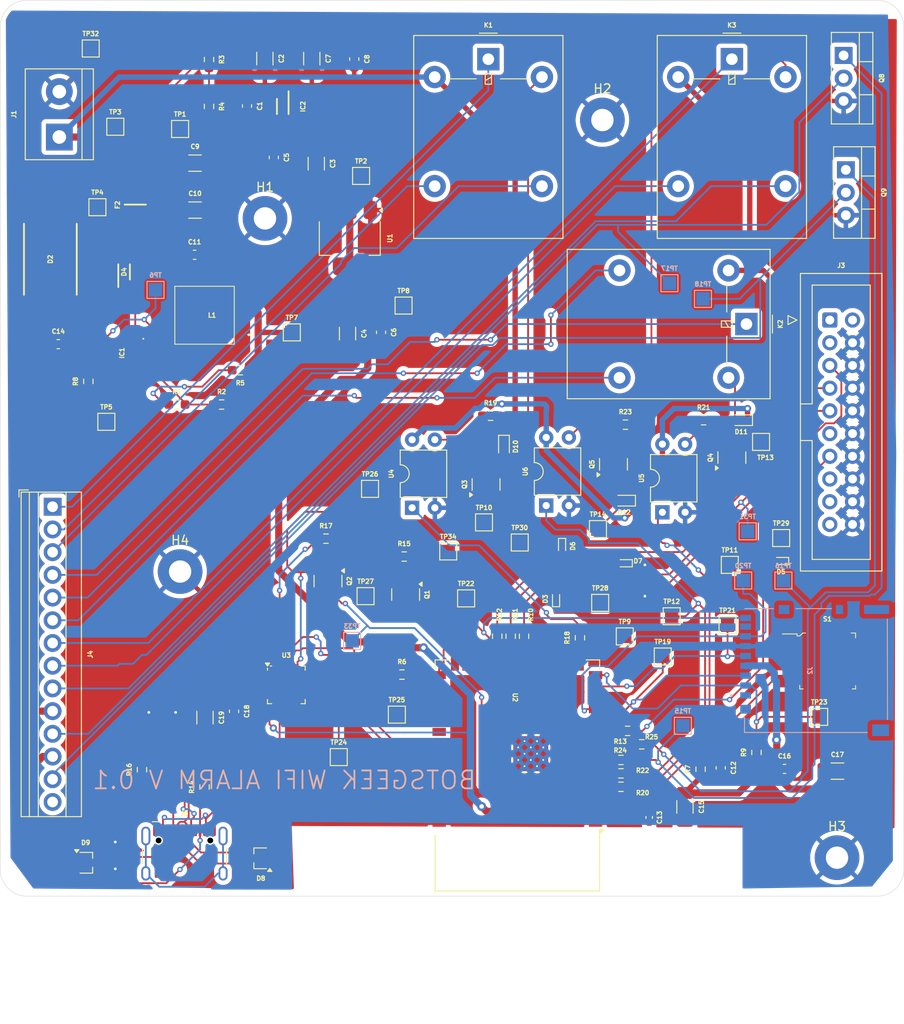
<source format=kicad_pcb>
(kicad_pcb (version 20240108) (generator "pcbnew") (generator_version "8.0")
  (layers (0 "F.Cu" signal) (31 "B.Cu" signal) (34 "B.Paste" user) (35 "F.Paste" user) (36 "B.SilkS" user "B.Silkscreen") (37 "F.SilkS" user "F.Silkscreen") (38 "B.Mask" user) (39 "F.Mask" user) (44 "Edge.Cuts" user))
  (net 0 "")
  (net 1 "GND")
  (net 2 "/power_supply/VIN")
  (net 3 "/5V_OUT")
  (net 4 "/3.3V_OUT")
  (net 5 "/EN")
  (net 6 "Net-(C14-Pad1)")
  (net 7 "/power_supply/SW")
  (net 8 "/TDI")
  (net 9 "Net-(D4-A)")
  (net 10 "/TDO")
  (net 11 "/TMS")
  (net 12 "/TCK")
  (net 13 "/usb_prog/CC1")
  (net 14 "/usb_prog/CC2")
  (net 15 "/PWR_INPUT")
  (net 16 "Net-(D10-A)")
  (net 17 "Net-(D11-A)")
  (net 18 "Net-(D12-A)")
  (net 21 "/power_supply/BST")
  (net 23 "Net-(IC1-FB)")
  (net 24 "/SD_MISO")
  (net 25 "/SD_CLK")
  (net 27 "/SD_MOSI")
  (net 30 "/SD_CS")
  (net 34 "/SD_DETECT")
  (net 43 "/outputs/RL1_C")
  (net 44 "/outputs/RL3_C")
  (net 46 "/outputs/TRANS_OUT_1")
  (net 47 "/outputs/RL2_NC")
  (net 48 "/outputs/RL2_C")
  (net 49 "/outputs/RL2_NO")
  (net 50 "/outputs/TRANS_OUT_2")
  (net 51 "/outputs/RL1_NC")
  (net 52 "/outputs/RL1_NO")
  (net 53 "/outputs/RL3_NO")
  (net 54 "/outputs/RL3_NC")
  (net 55 "Earth")
  (net 56 "Net-(U3-VBUS)")
  (net 57 "/CP_DTR")
  (net 58 "Net-(Q1-B)")
  (net 59 "/IO0")
  (net 60 "Net-(Q2-B)")
  (net 61 "/CP_RTS")
  (net 62 "Net-(Q3-B)")
  (net 63 "Net-(Q4-B)")
  (net 64 "Net-(Q5-B)")
  (net 65 "Net-(Q8-B)")
  (net 66 "Net-(Q9-B)")
  (net 67 "Net-(R1-Pad1)")
  (net 68 "Net-(U2-IO12)")
  (net 69 "Net-(U2-IO13)")
  (net 70 "Net-(U2-IO14)")
  (net 71 "Net-(U2-IO15)")
  (net 72 "Net-(R18-Pad2)")
  (net 73 "/RL_1")
  (net 74 "Net-(R19-Pad1)")
  (net 75 "/RL_2")
  (net 76 "Net-(R20-Pad2)")
  (net 77 "Net-(R21-Pad1)")
  (net 78 "Net-(R22-Pad2)")
  (net 79 "/RL_3")
  (net 80 "Net-(R23-Pad1)")
  (net 81 "/TR_1")
  (net 82 "/TR_2")
  (net 84 "/Tx")
  (net 103 "/Rx")
  (net 117 "Net-(IC2-K)")
  (net 118 "/usb_prog/D-")
  (net 119 "/usb_prog/D+")
  (footprint "Capacitor_SMD:C_0603_1608Metric_Pad1.08x0.95mm_HandSolder" (layer "F.Cu") (at 130.485 120.4575 -90)
    (property "Reference" "C12")
    (property "Value" "1u")
  )
  (footprint "Package_TO_SOT_THT:TO-220-3_Vertical" (layer "F.Cu") (at 144.235 40.78 -90)
    (property "Reference" "Q8")
    (property "Value" "TIP41")
  )
  (footprint "Resistor_SMD:R_0603_1608Metric_Pad0.98x0.95mm_HandSolder" (layer "F.Cu") (at 119.8225 82.07)
    (property "Reference" "R23")
    (property "Value" "1k")
  )
  (footprint "TestPoint:TestPoint_Pad_1.5x1.5mm" (layer "F.Cu") (at 90.25 54.25)
    (property "Reference" "TP2")
    (property "Value" " ")
  )
  (footprint "Relay_THT:Relay_SPDT_Omron-G5LE-1" (layer "F.Cu") (at 131.735 41.1925)
    (property "Reference" "K3")
    (property "Value" "Relay_SPDT")
  )
  (footprint "TestPoint:TestPoint_Pad_1.5x1.5mm" (layer "F.Cu") (at 117 102)
    (property "Reference" "TP28")
    (property "Value" " ")
  )
  (footprint "Package_DFN_QFN:QFN-24-1EP_4x4mm_P0.5mm_EP2.6x2.6mm" (layer "F.Cu") (at 81.885 111.17)
    (property "Reference" "U3")
    (property "Value" "CP2104")
  )
  (footprint "TestPoint:TestPoint_Pad_1.5x1.5mm" (layer "F.Cu") (at 91.25 89.25)
    (property "Reference" "TP26")
    (property "Value" " ")
  )
  (footprint "Resistor_SMD:R_0603_1608Metric_Pad0.98x0.95mm_HandSolder" (layer "F.Cu") (at 120.0725 116.32 180)
    (property "Reference" "R13")
    (property "Value" "100")
  )
  (footprint "TestPoint:TestPoint_Pad_1.5x1.5mm" (layer "F.Cu") (at 62.75 48.75)
    (property "Reference" "TP3")
    (property "Value" " ")
  )
  (footprint "Capacitor_SMD:C_0603_1608Metric_Pad1.08x0.95mm_HandSolder" (layer "F.Cu") (at 76.035 114.1325 -90)
    (property "Reference" "C18")
    (property "Value" "100n")
  )
  (footprint "Capacitor_SMD:C_1206_3216Metric_Pad1.33x1.80mm_HandSolder" (layer "F.Cu") (at 79.485 41.1325 -90)
    (property "Reference" "C2")
    (property "Value" "10u")
  )
  (footprint "Package_TO_SOT_SMD:SOT-23" (layer "F.Cu") (at 104.235 88.7575 90)
    (property "Reference" "Q3")
    (property "Value" "MMBT2222A")
  )
  (footprint "footprints:SOD2513X120N" (layer "F.Cu") (at 63.735 64.982 90)
    (property "Reference" "D4")
    (property "Value" "D_Schottky" (hide yes))
  )
  (footprint "Diode_SMD:D_SOD-923" (layer "F.Cu") (at 112.735 95.65 -90)
    (property "Reference" "D6")
    (property "Value" "ESD9B3.3ST5G")
  )
  (footprint "Resistor_SMD:R_0603_1608Metric_Pad0.98x0.95mm_HandSolder" (layer "F.Cu") (at 119.3225 122.57)
    (property "Reference" "R20")
    (property "Value" "100")
  )
  (footprint "Capacitor_SMD:C_0402_1005Metric_Pad0.74x0.62mm_HandSolder" (layer "F.Cu") (at 122.485 126.0025 -90)
    (property "Reference" "C13")
    (property "Value" "100n")
  )
  (footprint "TestPoint:TestPoint_Pad_1.5x1.5mm" (layer "F.Cu") (at 90.75 101.25)
    (property "Reference" "TP27")
    (property "Value" " ")
  )
  (footprint "Resistor_SMD:R_0603_1608Metric_Pad0.98x0.95mm_HandSolder" (layer "F.Cu") (at 74.6475 79.82)
    (property "Reference" "R2")
    (property "Value" "10.2k")
  )
  (footprint "TestPoint:TestPoint_Pad_1.5x1.5mm" (layer "F.Cu") (at 87.75 119.25)
    (property "Reference" "TP24")
    (property "Value" " ")
  )
  (footprint "MountingHole:MountingHole_2.5mm_Pad" (layer "F.Cu") (at 70 98.5)
    (property "Reference" "H4")
    (property "Value" "MountingHole")
  )
  (footprint "Capacitor_SMD:C_0603_1608Metric_Pad1.08x0.95mm_HandSolder" (layer "F.Cu") (at 92.485 71.745 -90)
    (property "Reference" "C6")
    (property "Value" "0.1u")
  )
  (footprint "footprints:SOD2513X120N" (layer "F.Cu") (at 81.485 46.482 -90)
    (property "Reference" "IC2")
    (property "Value" "MMSZ5231BS-7-F" (hide yes))
  )
  (footprint "Package_DIP:DIP-4_W7.62mm" (layer "F.Cu") (at 95.96 91.37 90)
    (property "Reference" "U4")
    (property "Value" "PC817")
  )
  (footprint "Resistor_SMD:R_0603_1608Metric_Pad0.98x0.95mm_HandSolder" (layer "F.Cu") (at 76.735 75.9825 180)
    (property "Reference" "R5")
    (property "Value" "49.9")
  )
  (footprint "Package_TO_SOT_SMD:SOT-23" (layer "F.Cu") (at 86.5475 99.57 -90)
    (property "Reference" "Q2")
    (property "Value" "MMBT2222A")
  )
  (footprint "Resistor_SMD:R_0603_1608Metric_Pad0.98x0.95mm_HandSolder" (layer "F.Cu") (at 128.5725 81.57)
    (property "Reference" "R21")
    (property "Value" "1k")
  )
  (footprint "TestPoint:TestPoint_Pad_1.5x1.5mm" (layer "F.Cu") (at 131.5 97.75)
    (property "Reference" "TP11")
    (property "Value" " ")
  )
  (footprint "Relay_THT:Relay_SPDT_Omron-G5LE-1" (layer "F.Cu") (at 133.3625 70.82 -90)
    (property "Reference" "K2")
    (property "Value" "Relay_SPDT")
  )
  (footprint "TestPoint:TestPoint_Pad_1.5x1.5mm" (layer "F.Cu") (at 124 108)
    (property "Reference" "TP19")
    (property "Value" " ")
  )
  (footprint "Diode_SMD:D_SOD-923" (layer "F.Cu") (at 137.235 97.32 180)
    (property "Reference" "D5")
    (property "Value" "ESD9B3.3ST5G")
  )
  (footprint "Package_TO_SOT_SMD:SOT-323_SC-70" (layer "F.Cu") (at 78.985 130.57 180)
    (property "Reference" "D8")
    (property "Value" "SP0502BAJT")
  )
  (footprint "MountingHole:MountingHole_2.5mm_Pad" (layer "F.Cu") (at 79.5 59)
    (property "Reference" "H1")
    (property "Value" "MountingHole")
  )
  (footprint "Capacitor_SMD:C_1206_3216Metric_Pad1.33x1.80mm_HandSolder" (layer "F.Cu") (at 71.6725 52.82)
    (property "Reference" "C9")
    (property "Value" "22u")
  )
  (footprint "Capacitor_SMD:C_0603_1608Metric_Pad1.08x0.95mm_HandSolder" (layer "F.Cu") (at 137.6225 120.57)
    (property "Reference" "C16")
    (property "Value" "100n")
  )
  (footprint "Capacitor_SMD:C_1206_3216Metric_Pad1.33x1.80mm_HandSolder" (layer "F.Cu") (at 71.6725 58.07)
    (property "Reference" "C10")
    (property "Value" "22u")
  )
  (footprint "Package_TO_SOT_SMD:SOT-223-3_TabPin2" (layer "F.Cu") (at 88.985 61.22 -90)
    (property "Reference" "U1")
    (property "Value" "AMS1117-3.3")
  )
  (footprint "TestPoint:TestPoint_Pad_1.5x1.5mm" (layer "F.Cu") (at 125 103.5)
    (property "Reference" "TP12")
    (property "Value" " ")
  )
  (footprint "TestPoint:TestPoint_Pad_1.5x1.5mm" (layer "F.Cu") (at 102 101.5)
    (property "Reference" "TP22")
    (property "Value" " ")
  )
  (footprint "Resistor_SMD:R_0603_1608Metric_Pad0.98x0.95mm_HandSolder" (layer "F.Cu") (at 119.3225 121.07)
    (property "Reference" "R22")
    (property "Value" "100")
  )
  (footprint "TestPoint:TestPoint_Pad_1.5x1.5mm" (layer "F.Cu") (at 94.25 114.5)
    (property "Reference" "TP25")
    (property "Value" " ")
  )
  (footprint "TerminalBlock:TerminalBlock_Xinya_XY308-2.54-14P_1x14_P2.54mm_Horizontal" (layer "F.Cu") (at 55.735 91.25 -90)
    (property "Reference" "J4")
    (property "Value" "Screw_Terminal_01x14")
  )
  (footprint "Diode_SMD:D_SOD-923" (layer "F.Cu") (at 112.065 101.57 90)
    (property "Reference" "D3")
    (property "Value" "ESD9B3.3ST5G")
  )
  (footprint "Resistor_SMD:R_0603_1608Metric_Pad0.98x0.95mm_HandSolder" (layer "F.Cu") (at 86.3225 94.82)
    (property "Reference" "R17")
    (property "Value" "10k")
  )
  (footprint "TestPoint:TestPoint_Pad_1.5x1.5mm" (layer "F.Cu") (at 60.75 57.75)
    (property "Reference" "TP4")
    (property "Value" " ")
  )
  (footprint "Relay_THT:Relay_SPDT_Omron-G5LE-1" (layer "F.Cu") (at 104.485 41.1925)
    (property "Reference" "K1")
    (property "Value" "Relay_SPDT")
  )
  (footprint "TestPoint:TestPoint_Pad_1.5x1.5mm" (layer "F.Cu") (at 141.5 114.75)
    (property "Reference" "TP23")
    (property "Value" " ")
  )
  (footprint "Capacitor_SMD:C_0603_1608Metric_Pad1.08x0.95mm_HandSolder" (layer "F.Cu") (at 56.3725 73.07)
    (property "Reference" "C14")
    (property "Value" "100n")
  )
  (footprint "Package_TO_SOT_SMD:SOT-323_SC-70" (layer "F.Cu") (at 59.485 131.07)
    (property "Reference" "D9")
    (property "Value" "SP0502BAJT")
  )
  (footprint "Capacitor_SMD:C_0603_1608Metric_Pad1.08x0.95mm_HandSolder" (layer "F.Cu") (at 71.6225 63.07)
    (property "Reference" "C11")
    (property "Value" "100n")
  )
  (footprint "Resistor_SMD:R_0603_1608Metric_Pad0.98x0.95mm_HandSolder" (layer "F.Cu") (at 59.735 77.2325 90)
    (property "Reference" "R8")
    (property "Value" "0")
  )
  (footprint "Resistor_SMD:R_0603_1608Metric_Pad0.98x0.95mm_HandSolder" (layer "F.Cu") (at 94.8225 110.02)
    (property "Reference" "R6")
    (property "Value" "10K")
  )
  (footprint "Resistor_SMD:R_0603_1608Metric_Pad0.98x0.95mm_HandSolder" (layer "F.Cu") (at 106.985 105.7325 -90)
    (property "Reference" "R11")
    (property "Value" "100")
  )
  (footprint "Package_DIP:DIP-4_W7.62mm" (layer "F.Cu") (at 123.96 91.87 90)
    (property "Reference" "U5")
    (property "Value" "PC817")
  )
  (footprint "TestPoint:TestPoint_Pad_1.5x1.5mm" (layer "F.Cu") (at 104 93)
    (property "Reference" "TP10")
    (property "Value" " ")
  )
  (footprint "Resistor_SMD:R_0603_1608Metric_Pad0.98x0.95mm_HandSolder" (layer "F.Cu") (at 121.6475 117.82)
    (property "Reference" "R25")
    (property "Value" "1k")
  )
  (footprint "MountingHole:MountingHole_2.5mm_Pad" (layer "F.Cu") (at 117.25 48)
    (property "Reference" "H2")
    (property "Value" "MountingHole")
  )
  (footprint "TerminalBlock:TerminalBlock_bornier-2_P5.08mm" (layer "F.Cu") (at 56.485 49.9 90)
    (property "Reference" "J1")
    (property "Value" "Screw_Terminal_01x02")
  )
  (footprint "footprints:FUSC3226X85N" (layer "F.Cu") (at 64.985 57.455 -90)
    (property "Reference" "F2")
    (property "Value" "Polyfuse" (hide yes))
  )
  (footprint "Diode_SMD:D_SOD-523" (layer "F.Cu") (at 132.785 81.57 180)
    (property "Reference" "D11")
    (property "Value" "BAS516")
  )
  (footprint "Connector_USB:USB_C_Receptacle_HCTL_HC-TYPE-C-16P-01A" (layer "F.Cu") (at 70.485 131.18)
    (property "Reference" "J5")
    (property "Value" "USB_C_Receptacle_USB2.0_14P")
  )
  (footprint "RF_Module:ESP32-S3-WROOM-1" (layer "F.Cu") (at 107.735 121.33 180)
    (property "Reference" "U2")
    (property "Value" "ESP32-S3-WROOM-1")
  )
  (footprint "Resistor_SMD:R_0603_1608Metric_Pad0.98x0.95mm_HandSolder" (layer "F.Cu") (at 108.485 105.7325 -90)
    (property "Reference" "R10")
    (property "Value" "100")
  )
  (footprint "Package_TO_SOT_SMD:SOT-23" (layer "F.Cu") (at 95.235 101.07 -90)
    (property "Reference" "Q1")
    (property "Value" "MMBT2222A")
  )
  (footprint "TestPoint:TestPoint_Pad_1.5x1.5mm" (layer "F.Cu") (at 137.25 94.75)
    (property "Reference" "TP29")
    (property "Value" " ")
  )
  (footprint "Package_TO_SOT_SMD:SOT-23" (layer "F.Cu") (at 118.485 86.5075 90)
    (property "Reference" "Q5")
    (property "Value" "MMBT2222A")
  )
  (footprint "Resistor_SMD:R_0603_1608Metric_Pad0.98x0.95mm_HandSolder" (layer "F.Cu") (at 104.735 81.07)
    (property "Reference" "R19")
    (property "Value" "1k")
  )
  (footprint "MountingHole:MountingHole_2.5mm_Pad" (layer "F.Cu") (at 143.5 130.5)
    (property "Reference" "H3")
    (property "Value" "MountingHole")
  )
  (footprint "Resistor_SMD:R_0603_1608Metric_Pad0.98x0.95mm_HandSolder" (layer "F.Cu") (at 128.235 120.6075 90)
    (property "Reference" "R7")
    (property "Value" "10K")
  )
  (footprint "Resistor_SMD:R_0603_1608Metric_Pad0.98x0.95mm_HandSolder" (layer "F.Cu") (at 73.235 41.2325 -90)
    (property "Reference" "R3")
    (property "Value" "49.9k")
  )
  (footprint "Capacitor_SMD:C_1206_3216Metric_Pad1.33x1.80mm_HandSolder" (layer "F.Cu") (at 126.485 124.82 -90)
    (property "Reference" "C15")
    (property "Value" "22u")
  )
  (footprint "Resistor_SMD:R_0603_1608Metric_Pad0.98x0.95mm_HandSolder" (layer "F.Cu") (at 114.735 105.9075 90)
    (property "Reference" "R18")
    (property "Value" "100")
  )
  (footprint "Capacitor_SMD:C_0603_1608Metric_Pad1.08x0.95mm_HandSolder" (layer "F.Cu") (at 77.485 46.4325 -90)
    (property "Reference" "C1")
    (property "Value" "10n")
  )
  (footprint "TestPoint:TestPoint_Pad_1.5x1.5mm" (layer "F.Cu") (at 70 49)
    (property "Reference" "TP1")
    (property "Value" " ")
  )
  (footprint "TestPoint:TestPoint_Pad_1.5x1.5mm" (layer "F.Cu") (at 135 84)
    (property "Reference" "TP13")
    (property "Value" " ")
  )
  (footprint "Diode_SMD:D_SOD-523" (layer "F.Cu") (at 119.685 90.57 180)
    (property "Reference" "D12")
    (property "Value" "BAS516")
  )
  (footprint "TestPoint:TestPoint_Pad_1.5x1.5mm" (layer "F.Cu") (at 82.5 71.75)
    (property "Reference" "TP7")
    (property "Value" " ")
  )
  (footprint "TestPoint:TestPoint_Pad_1.5x1.5mm" (layer "F.Cu") (at 108 95.25)
    (property "Reference" "TP30")
    (property "Value" " ")
  )
  (footprint "Resistor_SMD:R_0603_1608Metric_Pad0.98x0.95mm_HandSolder" (layer "F.Cu") (at 73.235 46.4825 -90)
    (property "Reference" "R4")
    (property "Value" "49.9k")
  )
  (footprint "Capacitor_SMD:C_1206_3216Metric_Pad1.33x1.80mm_HandSolder" (layer "F.Cu") (at 72.785 114.8325 -90)
    (property "Reference" "C19")
    (property "Value" "22u")
  )
  (footprint "Connector_IDC:IDC-Header_2x10_P2.54mm_Vertical" (layer "F.Cu") (at 142.695 70.37)
    (property "Reference" "J3")
    (property "Value" "Conn_ARM_JTAG_SWD_20")
  )
  (footprint "Resistor_SMD:R_0603_1608Metric_Pad0.98x0.95mm_HandSolder" (layer "F.Cu") (at 69.6475 79.82)
    (property "Reference" "R1")
    (property "Value" "53.6k")
  )
  (footprint "TestPoint:TestPoint_Pad_1.5x1.5mm" (layer "F.Cu") (at 95 68.75)
    (property "Reference" "TP8")
    (property "Value" " ")
  )
  (footprint "Capacitor_SMD:C_0603_1608Metric_Pad1.08x0.95mm_HandSolder" (layer "F.Cu") (at 89.485 41.1825 -90)
    (property "Reference" "C8")
    (property "Value" "100n")
  )
  (footprint "TestPoint:TestPoint_Pad_1.5x1.5mm" (layer "F.Cu") (at 61.75 81.75)
    (property "Reference" "TP5")
    (property "Value" " ")
  )
  (footprint "Capacitor_SMD:C_0603_1608Metric_Pad1.08x0.95mm_HandSolder" (layer "F.Cu") (at 80.485 52.1825 -90)
    (property "Reference" "C5")
    (property "Value" "0.1u")
  )
  (footprint "TestPoint:TestPoint_Pad_1.5x1.5mm" (layer "F.Cu") (at 100 96.25)
    (property "Reference" "TP34")
    (property "Value" " ")
  )
  (footprint "Package_DIP:DIP-4_W7.62mm" (layer "F.Cu") (at 110.96 91.12 90)
    (property "Reference" "U6")
    (property "Value" "PC817")
  )
  (footprint "TestPoint:TestPoint_Pad_1.5x1.5mm" (layer "F.Cu") (at 119.75 105.75)
    (property "Reference" "TP9")
    (property "Value" " ")
  )
  (footprint "Capacitor_SMD:C_1206_3216Metric_Pad1.33x1.80mm_HandSolder" (layer "F.Cu") (at 88.735 71.8825 -90)
    (property "Reference" "C4")
    (property "Value" "22u")
  )
  (footprint "Capacitor_SMD:C_1206_3216Metric_Pad1.33x1.80mm_HandSolder" (layer "F.Cu") (at 84.735 41.1325 -90)
    (property "Reference" "C7")
    (property "Value" "10u")
  )
  (footprint "Resistor_SMD:R_0603_1608Metric_Pad0.98x0.95mm_HandSolder" (layer "F.Cu") (at 134.485 118.7325 90)
    (property "Reference" "R9")
    (property "Value" "1k")
  )
  (footprint "Capacitor_SMD:C_1206_3216Metric_Pad1.33x1.80mm_HandSolder" (layer "F.Cu") (at 143.5475 120.82)
    (property "Reference" "C17")
    (property "Value" "22u")
  )
  (footprint "Resistor_SMD:R_0603_1608Metric_Pad0.98x0.95mm_HandSolder" (layer "F.Cu") (at 65.735 120.6575 90)
    (property "Reference" "R16")
    (property "Value" "5.1K")
  )
  (footprint "Capacitor_SMD:C_1206_3216Metric_Pad1.33x1.80mm_HandSolder" (layer "F.Cu") (at 85.235 52.8825 -90)
    (property "Reference" "C3")
    (property "Value" "22u")
  )
  (footprint "digikey-footprints:Switch_Tactile_SMD_6x6mm" (layer "F.Cu") (at 142.45 108.5)
    (property "Reference" "S1")
    (property "Value" "FSM4JSMATR")
  )
  (footprint "TestPoint:TestPoint_Pad_1.5x1.5mm" (layer "F.Cu") (at 131.25 104.5)
    (property "Reference" "TP21")
    (property "Value" " ")
  )
  (footprint "footprints:TPS62932DRLR" (layer "F.Cu") (at 65.235 74.06 -90)
    (property "Reference" "IC1")
    (property "Value" "TPS563300DRLR" (hide yes))
  )
  (footprint "Resistor_SMD:R_0603_1608Metric_Pad0.98x0.95mm_HandSolder" (layer "F.Cu") (at 72.735 122.6 90)
    (property "Reference" "R14")
    (property "Value" "5.1K")
  )
  (footprint "Resistor_SMD:R_0603_1608Metric_Pad0.98x0.95mm_HandSolder" (layer "F.Cu") (at 119.3225 119.57)
    (property "Reference" "R24")
    (property "Value" "1k")
  )
  (footprint "Package_TO_SOT_THT:TO-220-3_Vertical" (layer "F.Cu") (at 144.485 53.57 -90)
    (property "Reference" "Q9")
    (property "Value" "TIP41")
  )
  (footprint "Resistor_SMD:R_0603_1608Metric_Pad0.98x0.95mm_HandSolder" (layer "F.Cu") (at 95.0725 96.82)
    (property "Reference" "R15")
    (property "Value" "10k")
  )
  (footprint "Diode_SMD:D_SOD-923" (layer "F.Cu") (at 119.735 97.57 180)
    (property "Reference" "D7")
    (property "Value" "ESD9B3.3ST5G")
  )
  (footprint "Diode_SMD:D_SOD-523" (layer "F.Cu") (at 106.235 84.52 -90)
    (property "Reference" "D10")
    (property "Value" "BAS516")
  )
  (footprint "footprints:74439346068" (layer "F.Cu") (at 72.735 69.82 180)
    (property "Reference" "L1")
    (property "Value" "6.8uH" (hide yes))
  )
  (footprint "Resistor_SMD:R_0603_1608Metric_Pad0.98x0.95mm_HandSolder" (layer "F.Cu") (at 105.485 105.7325 -90)
    (property "Reference" "R12")
    (property "Value" "100")
  )
  (footprint "TestPoint:TestPoint_Pad_1.5x1.5mm" (layer "F.Cu") (at 60 40)
    (property "Reference" "TP32")
    (property "Value" " ")
  )
  (footprint "footprints:DIONM7959X262N" (layer "F.Cu") (at 55.485 63.57 90)
    (property "Reference" "D2")
    (property "Value" "SMCJ26CA" (hide yes))
  )
  (footprint "TestPoint:TestPoint_Pad_1.5x1.5mm" (layer "F.Cu") (at 116.75 93.75)
    (property "Reference" "TP14")
    (property "Value" " ")
  )
  (footprint "Package_TO_SOT_SMD:SOT-23" (layer "F.Cu") (at 131.735 85.7575 90)
    (property "Reference" "Q4")
    (property "Value" "MMBT2222A")
  )
  (footprint "TestPoint:TestPoint_Pad_1.5x1.5mm" (layer "B.Cu") (at 126.25 115.75 180)
    (property "Reference" "TP15")
    (property "Value" " ")
  )
  (footprint "TestPoint:TestPoint_Pad_1.5x1.5mm" (layer "B.Cu") (at 89.25 106.25 180)
    (property "Reference" "TP33")
    (property "Value" " ")
  )
  (footprint "TestPoint:TestPoint_Pad_1.5x1.5mm" (layer "B.Cu") (at 67.25 67 180)
    (property "Reference" "TP6")
    (property "Value" " ")
  )
  (footprint "TestPoint:TestPoint_Pad_1.5x1.5mm" (layer "B.Cu") (at 133 99.5 180)
    (property "Reference" "TP20")
    (property "Value" " ")
  )
  (footprint "TestPoint:TestPoint_Pad_1.5x1.5mm" (layer "B.Cu") (at 137.5 99.5 180)
    (property "Reference" "TP16")
    (property "Value" " ")
  )
  (footprint "TestPoint:TestPoint_Pad_1.5x1.5mm" (layer "B.Cu") (at 128.5 68 180)
    (property "Reference" "TP18")
    (property "Value" " ")
  )
  (footprint "TestPoint:TestPoint_Pad_1.5x1.5mm" (layer "B.Cu") (at 133.5 94 180)
    (property "Reference" "TP31")
    (property "Value" " ")
  )
  (footprint "TestPoint:TestPoint_Pad_1.5x1.5mm" (layer "B.Cu") (at 124.75 66.25 180)
    (property "Reference" "TP17")
    (property "Value" " ")
  )
  (footprint "footprints:DM3ATSFPEJM540" (layer "B.Cu") (at 133.8725 112.345 -90)
    (property "Reference" "J2")
    (property "Value" "DM3AT-SF-PEJM5_40_" (hide yes))
  )
  (gr_arc (start 150.975 131.8) (mid 150.09632 133.92132) (end 147.975 134.8) (stroke (width 0.05)) (layer "Edge.Cuts"))
  (gr_line (start 49.875 131.8) (end 49.875 37.6) (stroke (width 0.05)) (layer "Edge.Cuts"))
  (gr_line (start 147.975 134.8) (end 52.875 134.8) (stroke (width 0.05)) (layer "Edge.Cuts"))
  (gr_arc (start 147.975 34.6) (mid 150.09632 35.47868) (end 150.975 37.6) (stroke (width 0.05)) (layer "Edge.Cuts"))
  (gr_line (start 52.875 34.6) (end 147.975 34.6) (stroke (width 0.05)) (layer "Edge.Cuts"))
  (gr_line (start 150.975 37.6) (end 150.975 131.8) (stroke (width 0.05)) (layer "Edge.Cuts"))
  (gr_arc (start 52.875 134.8) (mid 50.75368 133.92132) (end 49.875 131.8) (stroke (width 0.05)) (layer "Edge.Cuts"))
  (gr_arc (start 49.875 37.6) (mid 50.75368 35.47868) (end 52.875 34.6) (stroke (width 0.05)) (layer "Edge.Cuts"))
  (gr_text "BOTSGEEK WIFI ALARM V 0.1" (at 103.25 123 0) (layer "B.SilkS") (effects (font (size 2 2) (thickness 0.2)) (justify left bottom mirror)))
  (segment (start 79.9475 110.42) (end 79.17 110.42) (width 0.2) (layer "F.Cu") (net 1))
  (segment (start 64.485 73.32) (end 64.485 72.985) (width 0.2) (layer "F.Cu") (net 1))
  (segment (start 81.135 110.42) (end 81.885 111.17) (width 0.2) (layer "F.Cu") (net 1))
  (segment (start 60 40) (end 60 41.305) (width 0.6) (layer "F.Cu") (net 1))
  (segment (start 77.985 130.57) (end 81.18 130.57) (width 0.2) (layer "F.Cu") (net 1))
  (segment (start 79.9475 110.42) (end 81.135 110.42) (width 0.2) (layer "F.Cu") (net 1))
  (segment (start 60 41.305) (end 56.485 44.82) (width 0.6) (layer "F.Cu") (net 1))
  (segment (start 81.18 130.57) (end 81.25 130.5) (width 0.2) (layer "F.Cu") (net 1))
  (segment (start 64.485 72.985) (end 64 72.5) (width 0.2) (layer "F.Cu") (net 1))
  (segment (start 79.17 110.42) (end 78.75 110) (width 0.2) (layer "F.Cu") (net 1))
  (via (at 62.75 128.75) (size 0.6) (drill 0.3) (layers "F.Cu" "B.Cu") (net 1))
  (via (at 122 97.75) (size 0.6) (drill 0.3) (layers "F.Cu" "B.Cu") (net 1))
  (via (at 69.5 114.25) (size 0.6) (drill 0.3) (layers "F.Cu" "B.Cu") (net 1))
  (via (at 66.5 114.25) (size 0.6) (drill 0.3) (layers "F.Cu" "B.Cu") (net 1))
  (via (at 122 101.25) (size 0.6) (drill 0.3) (layers "F.Cu" "B.Cu") (net 1))
  (via (at 62.75 131.75) (size 0.6) (drill 0.3) (layers "F.Cu" "B.Cu") (net 1))
  (segment (start 62.75 128.75) (end 62.75 131.75) (width 0.2) (layer "B.Cu") (net 1))
  (segment (start 122 97.75) (end 122 101.25) (width 0.6) (layer "B.Cu") (net 1))
  (segment (start 69.5 114.25) (end 66.5 114.25) (width 0.2) (layer "B.Cu") (net 1))
  (segment (start 79.485 39.57) (end 84.735 39.57) (width 0.2) (layer "F.Cu") (net 2))
  (segment (start 67.485 46.07) (end 67.485 62.394) (width 0.2) (layer "F.Cu") (net 2))
  (segment (start 67.485 62.394) (end 63.735 66.144) (width 0.2) (layer "F.Cu") (net 2))
  (segment (start 73.985 39.57) (end 73.235 40.32) (width 0.2) (layer "F.Cu") (net 2))
  (segment (start 88.735 39.57) (end 89.485 40.32) (width 0.2) (layer "F.Cu") (net 2))
  (segment (start 63.735 66.144) (end 64.985 67.394) (width 0.2) (layer "F.Cu") (net 2))
  (segment (start 84.735 39.57) (end 88.735 39.57) (width 0.2) (layer "F.Cu") (net 2))
  (segment (start 73.235 40.32) (end 67.485 46.07) (width 0.2) (layer "F.Cu") (net 2))
  (segment (start 79.485 39.57) (end 73.985 39.57) (width 0.2) (layer "F.Cu") (net 2))
  (segment (start 64.985 67.394) (end 64.985 73.32) (width 0.2) (layer "F.Cu") (net 2))
  (segment (start 70.11 62.42) (end 70.76 63.07) (width 0.8) (layer "F.Cu") (net 3))
  (segment (start 85.235 51.32) (end 85.985 51.32) (width 0.8) (layer "F.Cu") (net 3))
  (segment (start 77.6475 75.4075) (end 77.6475 75.9825) (width 0.8) (layer "F.Cu") (net 3))
  (segment (start 70.76 65.845) (end 72.735 67.82) (width 0.8) (layer "F.Cu") (net 3))
  (segment (start 78.735 69.57) (end 78.735 71.75) (width 0.8) (layer "F.Cu") (net 3))
  (segment (start 79.735 50.57) (end 80.485 51.32) (width 0.8) (layer "F.Cu") (net 3))
  (segment (start 76.985 67.82) (end 78.735 69.57) (width 0.8) (layer "F.Cu") (net 3))
  (segment (start 70.11 51.945) (end 71.485 50.57) (width 0.8) (layer "F.Cu") (net 3))
  (segment (start 70.11 52.82) (end 70.11 58.07) (width 0.8) (layer "F.Cu") (net 3))
  (segment (start 86.685 58.07) (end 85.935 58.07) (width 0.8) (layer "F.Cu") (net 3))
  (segment (start 70 49) (end 71.485 50.485) (width 0.6) (layer "F.Cu") (net 3))
  (segment (start 82.5 71.75) (end 78.735 71.75) (width 0.6) (layer "F.Cu") (net 3))
  (segment (start 85.935 58.07) (end 82.485 54.62) (width 0.8) (layer "F.Cu") (net 3))
  (segment (start 72.735 67.82) (end 76.985 67.82) (width 0.8) (layer "F.Cu") (net 3))
  (segment (start 78.735 71.75) (end 78.735 74.32) (width 0.8) (layer "F.Cu") (net 3))
  (segment (start 82.485 51.32) (end 85.235 51.32) (width 0.8) (layer "F.Cu") (net 3))
  (segment (start 71.485 50.485) (end 71.485 50.57) (width 0.6) (layer "F.Cu") (net 3))
  (segment (start 71.485 50.57) (end 79.735 50.57) (width 0.8) (layer "F.Cu") (net 3))
  (segment (start 82.485 54.62) (end 82.485 51.32) (width 0.8) (layer "F.Cu") (net 3))
  (segment (start 70.11 52.82) (end 70.11 51.945) (width 0.8) (layer "F.Cu") (net 3))
  (segment (start 78.735 74.32) (end 77.6475 75.4075) (width 0.8) (layer "F.Cu") (net 3))
  (segment (start 80.485 51.32) (end 82.485 51.32) (width 0.8) (layer "F.Cu") (net 3))
  (segment (start 70.76 63.07) (end 70.76 65.845) (width 0.8) (layer "F.Cu") (net 3))
  (segment (start 85.985 51.32) (end 86.135 51.17) (width 0.8) (layer "F.Cu") (net 3))
  (segment (start 70.11 58.07) (end 70.11 62.42) (width 0.8) (layer "F.Cu") (net 3))
  (segment (start 136.76 117.345) (end 136.735 117.32) (width 0.8) (layer "F.Cu") (net 4))
  (segment (start 134.485 119.645) (end 135.835 119.645) (width 0.8) (layer "F.Cu") (net 4))
  (segment (start 88 77) (end 81.035 83.965) (width 0.8) (layer "F.Cu") (net 4))
  (segment (start 72.785 113.27) (end 76.035 113.27) (width 0.8) (layer "F.Cu") (net 4))
  (segment (start 81.035 98.405) (end 89 106.37) (width 0.8) (layer "F.Cu") (net 4))
  (segment (start 92.685 106.37) (end 93.91 107.595) (width 0.8) (layer "F.Cu") (net 4))
  (segment (start 90.25 56.805) (end 88.985 58.07) (width 0.6) (layer "F.Cu") (net 4))
  (segment (start 141.985 121.82) (end 141.985 120.82) (width 0.8) (layer "F.Cu") (net 4))
  (segment (start 81.035 83.965) (end 81.035 98.405) (width 0.8) (layer "F.Cu") (net 4))
  (segment (start 79.035 112.42) (end 76.885 112.42) (width 0.2) (layer "F.Cu") (net 4))
  (segment (start 121.57 125.435) (end 122.485 125.435) (width 0.8) (layer "F.Cu") (net 4))
  (segment (start 79.9475 111.92) (end 79.535 111.92) (width 0.2) (layer "F.Cu") (net 4))
  (segment (start 134.5 120.5) (end 134.485 120.485) (width 0.8) (layer "F.Cu") (net 4))
  (segment (start 80.4725 113.27) (end 80 113.7425) (width 0.2) (layer "F.Cu") (net 4))
  (segment (start 91.9225 70.32) (end 92.485 70.8825) (width 0.8) (layer "F.Cu") (net 4))
  (segment (start 91 75.75) (end 89.75 77) (width 0.8) (layer "F.Cu") (net 4))
  (segment (start 76.885 112.42) (end 76.035 113.27) (width 0.2) (layer "F.Cu") (net 4))
  (segment (start 94.6175 68.75) (end 92.485 70.8825) (width 0.6) (layer "F.Cu") (net 4))
  (segment (start 93.91 107.595) (end 93.91 110.02) (width 0.8) (layer "F.Cu") (net 4))
  (segment (start 89 106.37) (end 92.685 106.37) (width 0.8) (layer "F.Cu") (net 4))
  (segment (start 135.835 119.645) (end 136.76 120.57) (width 0.8) (layer "F.Cu") (net 4))
  (segment (start 116.485 125.32) (end 119.535 125.32) (width 0.8) (layer "F.Cu") (net 4))
  (segment (start 80.4725 113.27) (end 76.035 113.27) (width 0.2) (layer "F.Cu") (net 4))
  (segment (start 128.235 121.52) (end 128.2225 121.52) (width 0.6) (layer "F.Cu") (net 4))
  (segment (start 89.75 77) (end 88 77) (width 0.8) (layer "F.Cu") (net 4))
  (segment (start 140.985 122.82) (end 141.985 121.82) (width 0.8) (layer "F.Cu") (net 4))
  (segment (start 80.635 113.1075) (end 80.4725 113.27) (width 0.2) (layer "F.Cu") (net 4))
  (segment (start 136.76 120.57) (end 136.76 121.345) (width 0.8) (layer "F.Cu") (net 4))
  (segment (start 88.985 70.07) (end 88.735 70.32) (width 0.8) (layer "F.Cu") (net 4))
  (segment (start 138.235 122.82) (end 140.985 122.82) (width 0.8) (layer "F.Cu") (net 4))
  (segment (start 91.8675 70.8825) (end 91 71.75) (width 0.8) (layer "F.Cu") (net 4))
  (segment (start 121.485 125.52) (end 121.57 125.435) (width 0.8) (layer "F.Cu") (net 4))
  (segment (start 97.235 107.02) (end 94.485 107.02) (width 0.8) (layer "F.Cu") (net 4))
  (segment (start 79.9475 112.42) (end 79.035 112.42) (width 0.2) (layer "F.Cu") (net 4))
  (segment (start 116.485 125.32) (end 104.285 125.32) (width 0.8) (layer "F.Cu") (net 4))
  (segment (start 136.76 121.345) (end 138.235 122.82) (width 0.8) (layer "F.Cu") (net 4))
  (segment (start 88.735 70.32) (end 91.9225 70.32) (width 0.8) (layer "F.Cu") (net 4))
  (segment (start 91 71.75) (end 91 75.75) (width 0.8) (layer "F.Cu") (net 4))
  (segment (start 134.485 120.485) (end 134.485 119.645) (width 0.8) (layer "F.Cu") (net 4))
  (segment (start 79.535 111.92) (end 79.035 112.42) (width 0.2) (layer "F.Cu") (net 4))
  (segment (start 123.12 125.435) (end 125.2975 123.2575) (width 0.8) (layer "F.Cu") (net 4))
  (segment (start 88.6975 70.2825) (end 88.735 70.32) (width 0.8) (layer "F.Cu") (net 4))
  (segment (start 92.485 70.8825) (end 91.8675 70.8825) (width 0.8) (layer "F.Cu") (net 4))
  (segment (start 88.985 64.37) (end 88.985 70.07) (width 0.8) (layer "F.Cu") (net 4))
  (segment (start 80 113.7425) (end 80 115.565) (width 0.2) (layer "F.Cu") (net 4))
  (segment (start 122.485 125.435) (end 123.12 125.435) (width 0.8) (layer "F.Cu") (net 4))
  (segment (start 125.2975 123.2575) (end 126.485 123.2575) (width 0.8) (layer "F.Cu") (net 4))
  (segment (start 88.985 58.07) (end 88.985 64.37) (width 0.8) (layer "F.Cu") (net 4))
  (segment (start 94.485 107.02) (end 93.91 107.595) (width 0.8) (layer "F.Cu") (net 4))
  (segment (start 119.735 125.52) (end 121.485 125.52) (width 0.8) (layer "F.Cu") (net 4))
  (segment (start 80 115.565) (end 80.435 116) (width 0.2) (layer "F.Cu") (net 4))
  (segment (start 119.535 125.32) (end 119.735 125.52) (width 0.8) (layer "F.Cu") (net 4))
  (segment (start 134.5 121.25) (end 134.5 120.5) (width 0.8) (layer "F.Cu") (net 4))
  (segment (start 126.485 123.2575) (end 132.4925 123.2575) (width 0.8) (layer "F.Cu") (net 4))
  (segment (start 104.285 125.32) (end 103.735 124.77) (width 0.8) (layer "F.Cu") (net 4))
  (segment (start 132.4925 123.2575) (end 134.5 121.25) (width 0.8) (layer "F.Cu") (net 4))
  (segment (start 95 68.75) (end 94.6175 68.75) (width 0.6) (layer "F.Cu") (net 4))
  (segment (start 128.2225 121.52) (end 126.485 123.2575) (width 0.6) (layer "F.Cu") (net 4))
  (segment (start 136.76 120.57) (end 136.76 117.345) (width 0.8) (layer "F.Cu") (net 4))
  (segment (start 90.25 54.25) (end 90.25 56.805) (width 0.6) (layer "F.Cu") (net 4))
  (via (at 136.735 117.32) (size 1) (drill 0.5) (layers "F.Cu" "B.Cu") (net 4))
  (via (at 80.435 116) (size 0.8) (drill 0.4) (layers "F.Cu" "B.Cu") (net 4))
  (via (at 97.235 107.02) (size 1) (drill 0.5) (layers "F.Cu" "B.Cu") (net 4))
  (via (at 103.735 124.77) (size 1) (drill 0.5) (layers "F.Cu" "B.Cu") (net 4))
  (segment (start 80.935 116.5) (end 102.235 116.5) (width 0.2) (layer "B.Cu") (net 4))
  (segment (start 102.235 116.5) (end 102.485 116.25) (width 0.2) (layer "B.Cu") (net 4))
  (segment (start 133.2725 109.045) (end 135.71 109.045) (width 0.8) (layer "B.Cu") (net 4))
  (segment (start 80.435 116) (end 80.935 116.5) (width 0.2) (layer "B.Cu") (net 4))
  (segment (start 136.735 110.82) (end 136.735 117.32) (width 0.8) (layer "B.Cu") (net 4))
  (segment (start 97.735 107.52) (end 97.235 107.02) (width 0.8) (layer "B.Cu") (net 4))
  (segment (start 136.485 109.82) (end 136.485 110.57) (width 0.8) (layer "B.Cu") (net 4))
  (segment (start 102.485 113.02) (end 102.485 112.27) (width 0.8) (layer "B.Cu") (net 4))
  (segment (start 102.485 112.27) (end 97.735 107.52) (width 0.8) (layer "B.Cu") (net 4))
  (segment (start 135.71 109.045) (end 136.485 109.82) (width 0.8) (layer "B.Cu") (net 4))
  (segment (start 102.485 116.25) (end 102.485 113.02) (width 0.8) (layer "B.Cu") (net 4))
  (segment (start 136.485 110.57) (end 136.735 110.82) (width 0.8) (layer "B.Cu") (net 4))
  (segment (start 102.485 123.52) (end 102.485 116.25) (width 0.8) (layer "B.Cu") (net 4))
  (segment (start 103.735 124.77) (end 102.485 123.52) (width 0.8) (layer "B.Cu") (net 4))
  (segment (start 130.485 116.515) (end 136.25 110.75) (width 0.2) (layer "F.Cu") (net 5))
  (segment (start 126.61 119.695) (end 128.235 119.695) (width 0.2) (layer "F.Cu") (net 5))
  (segment (start 122.255 124.05) (end 126.61 119.695) (width 0.2) (layer "F.Cu") (net 5))
  (segment (start 116.485 124.05) (end 105.465 124.05) (width 0.2) (layer "F.Cu") (net 5))
  (segment (start 128.71 119.595) (end 130.485 119.595) (width 0.2) (layer "F.Cu") (net 5))
  (segment (start 128.235 119.695) (end 128.61 119.695) (width 0.2) (layer "F.Cu") (net 5))
  (segment (start 116.485 124.05) (end 122.255 124.05) (width 0.2) (layer "F.Cu") (net 5))
  (segment (start 86.5475 100.5075) (end 88.11 102.07) (width 0.2) (layer "F.Cu") (net 5))
  (segment (start 136.25 110.75) (end 137.9 110.75) (width 0.2) (layer "F.Cu") (net 5))
  (segment (start 103.735 122.32) (end 103.735 112.57) (width 0.2) (layer "F.Cu") (net 5))
  (segment (start 128.61 119.695) (end 128.71 119.595) (width 0.2) (layer "F.Cu") (net 5))
  (segment (start 88.11 102.07) (end 88.485 102.07) (width 0.2) (layer "F.Cu") (net 5))
  (segment (start 130.485 119.595) (end 130.485 116.515) (width 0.2) (layer "F.Cu") (net 5))
  (segment (start 105.465 124.05) (end 103.735 122.32) (width 0.2) (layer "F.Cu") (net 5))
  (via (at 103.735 112.57) (size 0.6) (drill 0.3) (layers "F.Cu" "B.Cu") (net 5))
  (via (at 88.485 102.07) (size 0.6) (drill 0.3) (layers "F.Cu" "B.Cu") (net 5))
  (segment (start 90.9575 104.5425) (end 88.485 102.07) (width 0.2) (layer "B.Cu") (net 5))
  (segment (start 103.735 112.57) (end 103.735 112.32) (width 0.2) (layer "B.Cu") (net 5))
  (segment (start 103.735 112.32) (end 96.235 104.82) (width 0.2) (layer "B.Cu") (net 5))
  (segment (start 96.235 104.82) (end 91.235 104.82) (width 0.2) (layer "B.Cu") (net 5))
  (segment (start 89.25 106.25) (end 90.9575 104.5425) (width 0.2) (layer "B.Cu") (net 5))
  (segment (start 91.235 104.82) (end 90.9575 104.5425) (width 0.2) (layer "B.Cu") (net 5))
  (segment (start 57.985 76.32) (end 59.735 76.32) (width 0.2) (layer "F.Cu") (net 6))
  (segment (start 55.51 73.07) (end 55.51 73.845) (width 0.2) (layer "F.Cu") (net 6))
  (segment (start 55.51 73.845) (end 57.985 76.32) (width 0.2) (layer "F.Cu") (net 6))
  (segment (start 57.235 73.07) (end 60.735 73.07) (width 0.2) (layer "F.Cu") (net 7))
  (segment (start 62.755 73.07) (end 64.485 74.8) (width 0.2) (layer "F.Cu") (net 7))
  (segment (start 72.735 71.82) (end 67.485 71.82) (width 0.2) (layer "F.Cu") (net 7))
  (segment (start 60.735 73.07) (end 62.755 73.07) (width 0.2) (layer "F.Cu") (net 7))
  (segment (start 67.485 71.82) (end 65.985 70.32) (width 0.2) (layer "F.Cu") (net 7))
  (segment (start 60.985 73.07) (end 60.735 73.07) (width 0.2) (layer "F.Cu") (net 7))
  (segment (start 62.485 71.57) (end 60.985 73.07) (width 0.2) (layer "F.Cu") (net 7))
  (via (at 65.985 70.32) (size 0.6) (drill 0.3) (layers "F.Cu" "B.Cu") (net 7))
  (via (at 62.485 71.57) (size 0.6) (drill 0.3) (layers "F.Cu" "B.Cu") (net 7))
  (segment (start 67.25 69.055) (end 65.985 70.32) (width 0.2) (layer "B.Cu") (net 7))
  (segment (start 65.985 70.32) (end 63.735 70.32) (width 0.2) (layer "B.Cu") (net 7))
  (segment (start 67.25 67) (end 67.25 69.055) (width 0.2) (layer "B.Cu") (net 7))
  (segment (start 63.735 70.32) (end 62.485 71.57) (width 0.2) (layer "B.Cu") (net 7))
  (segment (start 111.985 99.82) (end 114 99.82) (width 0.2) (layer "F.Cu") (net 8))
  (segment (start 143.985 81.106346) (end 143.985 76.74) (width 0.2) (layer "F.Cu") (net 8))
  (segment (start 143.985 76.74) (end 142.695 75.45) (width 0.2) (layer "F.Cu") (net 8))
  (segment (start 114 99.82) (end 124.68 99.82) (width 0.2) (layer "F.Cu") (net 8))
  (segment (start 143.171346 81.92) (end 143.985 81.106346) (width 0.2) (layer "F.Cu") (net 8))
  (segment (start 142.218654 81.92) (end 143.171346 81.92) (width 0.2) (layer "F.Cu") (net 8))
  (segment (start 124.68 99.82) (end 138 86.5) (width 0.2) (layer "F.Cu") (net 8))
  (segment (start 112.065 99.9) (end 111.985 99.82) (width 0.2) (layer "F.Cu") (net 8))
  (segment (start 108.485 102.07) (end 110.735 99.82) (width 0.2) (layer "F.Cu") (net 8))
  (segment (start 138 86.5) (end 140.5 86.5) (width 0.2) (layer "F.Cu") (net 8))
  (segment (start 117 102) (end 116.18 102) (width 0.2) (layer "F.Cu") (net 8))
  (segment (start 108.485 104.82) (end 108.485 102.07) (width 0.2) (layer "F.Cu") (net 8))
  (segment (start 112.065 101.15) (end 112.065 99.9) (width 0.2) (layer "F.Cu") (net 8))
  (segment (start 140.5 83.638654) (end 142.218654 81.92) (width 0.2) (layer "F.Cu") (net 8))
  (segment (start 116.18 102) (end 114 99.82) (width 0.2) (layer "F.Cu") (net 8))
  (segment (start 140.5 86.5) (end 140.5 83.638654) (width 0.2) (layer "F.Cu") (net 8))
  (segment (start 110.735 99.82) (end 111.985 99.82) (width 0.2) (layer "F.Cu") (net 8))
  (segment (start 59.985 60.07) (end 63.735 63.82) (width 0.2) (layer "F.Cu") (net 9))
  (segment (start 64.985 62.57) (end 63.735 63.82) (width 0.2) (layer "F.Cu") (net 9))
  (segment (start 55.485 60.07) (end 59.985 60.07) (width 0.2) (layer "F.Cu") (net 9))
  (segment (start 60.75 59.305) (end 59.985 60.07) (width 0.2) (layer "F.Cu") (net 9))
  (segment (start 60.75 57.75) (end 60.75 59.305) (width 0.2) (layer "F.Cu") (net 9))
  (segment (start 64.985 59.09) (end 64.985 62.57) (width 0.2) (layer "F.Cu") (net 9))
  (segment (start 135.235 108.57) (end 135.235 109.07) (width 0.2) (layer "F.Cu") (net 10))
  (segment (start 136.815 97.32) (end 135.235 97.32) (width 0.2) (layer "F.Cu") (net 10))
  (segment (start 135.235 109.32) (end 135.235 108.57) (width 0.2) (layer "F.Cu") (net 10))
  (segment (start 135.235 97.32) (end 135.235 93.07) (width 0.2) (layer "F.Cu") (net 10))
  (segment (start 121.735 116.32) (end 122.235 115.82) (width 0.2) (layer "F.Cu") (net 10))
  (segment (start 135.4025 92.9025) (end 142.695 85.61) (width 0.2) (layer "F.Cu") (net 10))
  (segment (start 137.25 94.75) (end 135.4025 92.9025) (width 0.2) (layer "F.Cu") (net 10))
  (segment (start 135.235 93.07) (end 135.4025 92.9025) (width 0.2) (layer "F.Cu") (net 10))
  (segment (start 135.235 109.07) (end 131.485 112.82) (width 0.2) (layer "F.Cu") (net 10))
  (segment (start 120.985 116.32) (end 121.735 116.32) (width 0.2) (layer "F.Cu") (net 10))
  (segment (start 135.235 108.57) (end 135.235 97.32) (width 0.2) (layer "F.Cu") (net 10))
  (via (at 131.485 112.82) (size 0.6) (drill 0.3) (layers "F.Cu" "B.Cu") (net 10))
  (via (at 122.235 115.82) (size 0.6) (drill 0.3) (layers "F.Cu" "B.Cu") (net 10))
  (segment (start 122.235 115.82) (end 125.235 112.82) (width 0.2) (layer "B.Cu") (net 10))
  (segment (start 125.235 112.82) (end 131.485 112.82) (width 0.2) (layer "B.Cu") (net 10))
  (segment (start 114.235 96.32) (end 126.235 96.32) (width 0.2) (layer "F.Cu") (net 11))
  (segment (start 105.485 102.57) (end 110.235 97.82) (width 0.2) (layer "F.Cu") (net 11))
  (segment (start 112.735 97.82) (end 114.235 96.32) (width 0.2) (layer "F.Cu") (net 11))
  (segment (start 136.735 85.82) (end 136.735 82.07) (width 0.2) (layer "F.Cu") (net 11))
  (segment (start 126.235 96.32) (end 136.735 85.82) (width 0.2) (layer "F.Cu") (net 11))
  (segment (start 140.815 77.99) (end 142.695 77.99) (width 0.2) (layer "F.Cu") (net 11))
  (segment (start 112.735 96.07) (end 112.735 97.82) (width 0.2) (layer "F.Cu") (net 11))
  (segment (start 136.735 82.07) (end 140.815 77.99) (width 0.2) (layer "F.Cu") (net 11))
  (segment (start 110.235 97.82) (end 110.5 97.82) (width 0.2) (layer "F.Cu") (net 11))
  (segment (start 110.5 97.75) (end 110.5 97.82) (width 0.2) (layer "F.Cu") (net 11))
  (segment (start 108 95.25) (end 110.5 97.75) (width 0.2) (layer "F.Cu") (net 11))
  (segment (start 105.485 104.82) (end 105.485 102.57) (width 0.2) (layer "F.Cu") (net 11))
  (segment (start 110.5 97.82) (end 112.735 97.82) (width 0.2) (layer "F.Cu") (net 11))
  (segment (start 106.985 104.82) (end 106.985 102.32) (width 0.2) (layer "F.Cu") (net 12))
  (segment (start 132.75 90.75) (end 132.805 90.75) (width 0.2) (layer "F.Cu") (net 12))
  (segment (start 106.985 102.32) (end 110.485 98.82) (width 0.2) (layer "F.Cu") (net 12))
  (segment (start 132.75 90.805) (end 132.75 90.75) (width 0.2) (layer "F.Cu") (net 12))
  (segment (start 137.735 85.82) (end 137.735 83.32) (width 0.2) (layer "F.Cu") (net 12))
  (segment (start 140.525 80.53) (end 142.695 80.53) (width 0.2) (layer "F.Cu") (net 12))
  (segment (start 137.735 83.32) (end 140.525 80.53) (width 0.2) (layer "F.Cu") (net 12))
  (segment (start 119.315 97.57) (end 118.235 98.65) (width 0.2) (layer "F.Cu") (net 12))
  (segment (start 110.485 98.82) (end 118.235 98.82) (width 0.2) (layer "F.Cu") (net 12))
  (segment (start 132.805 90.75) (end 137.735 85.82) (width 0.2) (layer "F.Cu") (net 12))
  (segment (start 124.735 98.82) (end 132.75 90.805) (width 0.2) (layer "F.Cu") (net 12))
  (segment (start 118.235 98.82) (end 119.735 98.82) (width 0.2) (layer "F.Cu") (net 12))
  (segment (start 119.735 98.82) (end 124.735 98.82) (width 0.2) (layer "F.Cu") (net 12))
  (segment (start 118.235 98.65) (end 118.235 98.82) (width 0.2) (layer "F.Cu") (net 12))
  (via (at 132.75 90.75) (size 0.6) (drill 0.3) (layers "F.Cu" "B.Cu") (net 12))
  (segment (start 133.5 91.5) (end 132.75 90.75) (width 0.2) (layer "B.Cu") (net 12))
  (segment (start 133.5 94) (end 133.5 91.5) (width 0.2) (layer "B.Cu") (net 12))
  (segment (start 69.235 127.435) (end 69.235 125.07) (width 0.2) (layer "F.Cu") (net 13))
  (segment (start 66.93241 130.42) (end 58.485 130.42) (width 0.2) (layer "F.Cu") (net 13))
  (segment (start 69.235 125.07) (end 65.735 121.57) (width 0.2) (layer "F.Cu") (net 13))
  (segment (start 69.235 128.11741) (end 66.93241 130.42) (width 0.2) (layer "F.Cu") (net 13))
  (segment (start 69.235 127.435) (end 69.235 128.11741) (width 0.2) (layer "F.Cu") (net 13))
  (segment (start 60.12 133.355) (end 58.485 131.72) (width 0.2) (layer "F.Cu") (net 14))
  (segment (start 69.985 131.82) (end 68.45 133.355) (width 0.2) (layer "F.Cu") (net 14))
  (segment (start 72.235 127.435) (end 72.235 124.0125) (width 0.2) (layer "F.Cu") (net 14))
  (segment (start 68.45 133.355) (end 60.12 133.355) (width 0.2) (layer "F.Cu") (net 14))
  (segment (start 72.235 127.435) (end 72.235 128.57) (width 0.2) (layer "F.Cu") (net 14))
  (segment (start 72.235 124.0125) (end 72.735 123.5125) (width 0.2) (layer "F.Cu") (net 14))
  (via (at 72.235 128.57) (size 0.6) (drill 0.3) (layers "F.Cu" "B.Cu") (net 14))
  (via (at 69.985 131.82) (size 0.6) (drill 0.3) (layers "F.Cu" "B.Cu") (net 14))
  (segment (start 72.235 129.57) (end 69.985 131.82) (width 0.2) (layer "B.Cu") (net 14))
  (segment (start 72.235 128.57) (end 72.235 129.57) (width 0.2) (layer "B.Cu") (net 14))
  (segment (start 133.5 80.25) (end 133.485 80.265) (width 0.6) (layer "F.Cu") (net 15))
  (segment (start 60.3325 51.1675) (end 64.985 55.82) (width 0.8) (layer "F.Cu") (net 15))
  (segment (start 137.235 66.82) (end 137.235 78.82) (width 0.6) (layer "F.Cu") (net 15))
  (segment (start 52.485 113.82) (end 52.485 118.57) (width 0.8) (layer "F.Cu") (net 15))
  (segment (start 54.235 119.57) (end 54.615 119.19) (width 0.8) (layer "F.Cu") (net 15))
  (segment (start 52.485 118.57) (end 53.485 119.57) (width 0.8) (layer "F.Cu") (net 15))
  (segment (start 52.235 113.07) (end 51.985 113.32) (width 0.8) (layer "F.Cu") (net 15))
  (segment (start 133.735 51.1925) (end 133.735 64.82) (width 0.6) (layer "F.Cu") (net 15))
  (segment (start 52.775 114.11) (end 55.735 114.11) (width 0.8) (layer "F.Cu") (net 15))
  (segment (start 52.485 113.82) (end 52.775 114.11) (width 0.8) (layer "F.Cu") (net 15))
  (segment (start 64.985 55.82) (end 55.86 55.82) (width 0.8) (layer "F.Cu") (net 15))
  (segment (start 55.86 55.82) (end 52.235 59.445) (width 0.8) (layer "F.Cu") (net 15))
  (segment (start 133.735 64.82) (end 135.235 64.82) (width 0.6) (layer "F.Cu") (net 15))
  (segment (start 133.485 81.57) (end 133.485 80.265) (width 0.6) (layer "F.Cu") (net 15))
  (segment (start 107.485 79.75) (end 107.485 53.82) (width 0.6) (layer "F.Cu") (net 15))
  (segment (start 120.385 91.865) (end 119.75 92.5) (width 0.6) (layer "F.Cu") (net 15))
  (segment (start 123.96 86.995) (end 120.385 90.57) (width 0.6) (layer "F.Cu") (net 15))
  (segment (start 134.485 81.57) (end 133.485 81.57) (width 0.6) (layer "F.Cu") (net 15))
  (segment (start 53.485 119.57) (end 54.235 119.57) (width 0.8) (layer "F.Cu") (net 15))
  (segment (start 125.735 43.1925) (end 133.735 51.1925) (width 0.6) (layer "F.Cu") (net 15))
  (segment (start 106.235 83.82) (end 107.485 82.57) (width 0.6) (layer "F.Cu") (net 15))
  (segment (start 54.615 119.19) (end 55.735 119.19) (width 0.8) (layer "F.Cu") (net 15))
  (segment (start 51.985 113.32) (end 52.485 113.82) (width 0.8) (layer "F.Cu") (net 15))
  (segment (start 62.75 48.75) (end 60.3325 51.1675) (width 0.6) (layer "F.Cu") (net 15))
  (segment (start 131.3625 64.82) (end 133.735 64.82) (width 0.6) (layer "F.Cu") (net 15))
  (segment (start 103.235 49.57) (end 103.235 47.9425) (width 0.6) (layer "F.Cu") (net 15))
  (segment (start 107.485 82.57) (end 107.485 79.75) (width 0.6) (layer "F.Cu") (net 15))
  (segment (start 107.485 53.82) (end 103.235 49.57) (width 0.6) (layer "F.Cu") (net 15))
  (segment (start 52.235 59.445) (end 52.235 113.07) (width 0.8) (layer "F.Cu") (net 15))
  (segment (start 123.96 84.25) (end 123.96 86.995) (width 0.6) (layer "F.Cu") (net 15))
  (segment (start 59.065 49.9) (end 60.3325 51.1675) (width 0.8) (layer "F.Cu") (net 15))
  (segment (start 135.235 64.82) (end 137.235 66.82) (width 0.6) (layer "F.Cu") (net 15))
  (segment (start 56.485 49.9) (end 59.065 49.9) (width 0.8) (layer "F.Cu") (net 15))
  (segment (start 137.235 78.82) (end 134.485 81.57) (width 0.6) (layer "F.Cu") (net 15))
  (segment (start 120.385 90.57) (end 120.385 91.865) (width 0.6) (layer "F.Cu") (net 15))
  (segment (start 103.235 47.9425) (end 98.485 43.1925) (width 0.6) (layer "F.Cu") (net 15))
  (segment (start 106 79.75) (end 107.485 79.75) (width 0.6) (layer "F.Cu") (net 15))
  (via (at 119.75 92.5) (size 0.8) (drill 0.4) (layers "F.Cu" "B.Cu") (net 15))
  (via (at 106 79.75) (size 0.8) (drill 0.4) (layers "F.Cu" "B.Cu") (net 15))
  (via (at 133.485 80.265) (size 0.8) (drill 0.4) (layers "F.Cu" "B.Cu") (net 15))
  (segment (start 97.26 82.45) (end 100.8 82.45) (width 0.6) (layer "B.Cu") (net 15))
  (segment (start 110.96 80.54) (end 110.96 83.5) (width 0.6) (layer "B.Cu") (net 15))
  (segment (start 125.235 80.265) (end 123.96 81.54) (width 0.6) (layer "B.Cu") (net 15))
  (segment (start 106 79.75) (end 110.75 79.75) (width 0.6) (layer "B.Cu") (net 15))
  (segment (start 103 80.25) (end 103.5 80.25) (width 0.6) (layer "B.Cu") (net 15))
  (segment (start 111 80) (end 111 80.5) (width 0.6) (layer "B.Cu") (net 15))
  (segment (start 118.5 92.5) (end 110.96 84.96) (width 0.6) (layer "B.Cu") (net 15))
  (segment (start 123.96 81.54) (end 123.96 84.25) (width 0.6) (layer "B.Cu") (net 15))
  (segment (start 133.485 80.265) (end 125.235 80.265) (width 0.6) (layer "B.Cu") (net 15))
  (segment (start 100.8 82.45) (end 103 80.25) (width 0.6) (layer "B.Cu") (net 15))
  (segment (start 110.96 84.96) (end 110.96 83.5) (width 0.6) (layer "B.Cu") (net 15))
  (segment (start 119.75 92.5) (end 118.5 92.5) (width 0.6) (layer "B.Cu") (net 15))
  (segment (start 98.485 43.1925) (end 63.1925 43.1925) (width 0.6) (layer "B.Cu") (net 15))
  (segment (start 103.5 80.25) (end 104 79.75) (width 0.6) (layer "B.Cu") (net 15))
  (segment (start 110.75 79.75) (end 111 80) (width 0.6) (layer "B.Cu") (net 15))
  (segment (start 104 79.75) (end 106 79.75) (width 0.6) (layer "B.Cu") (net 15))
  (segment (start 63.1925 43.1925) (end 56.485 49.9) (width 0.6) (layer "B.Cu") (net 15))
  (segment (start 111 80.5) (end 110.96 80.54) (width 0.6) (layer "B.Cu") (net 15))
  (segment (start 95.96 83.75) (end 97.26 82.45) (width 0.6) (layer "B.Cu") (net 15))
  (segment (start 108.935 44.7425) (end 110.485 43.1925) (width 0.2) (layer "F.Cu") (net 16))
  (segment (start 106.235 85.82) (end 106.235 85.22) (width 0.2) (layer "F.Cu") (net 16))
  (segment (start 104 88.055) (end 104.235 87.82) (width 0.2) (layer "F.Cu") (net 16))
  (segment (start 104 93) (end 104 88.055) (width 0.2) (layer "F.Cu") (net 16))
  (segment (start 104.235 87.82) (end 106.235 85.82) (width 0.2) (layer "F.Cu") (net 16))
  (segment (start 108.935 82.52) (end 108.935 44.7425) (width 0.2) (layer "F.Cu") (net 16))
  (segment (start 106.235 85.22) (end 108.935 82.52) (width 0.2) (layer "F.Cu") (net 16))
  (segment (start 132.085 84.22) (end 132.085 81.57) (width 0.2) (layer "F.Cu") (net 17))
  (segment (start 131.735 84.57) (end 132.085 84.22) (width 0.2) (layer "F.Cu") (net 17))
  (segment (start 135 84) (end 132.555 84) (width 0.2) (layer "F.Cu") (net 17))
  (segment (start 131.735 84.82) (end 131.735 84.57) (width 0.2) (layer "F.Cu") (net 17))
  (segment (start 132.085 77.5425) (end 131.3625 76.82) (width 0.2) (layer "F.Cu") (net 17))
  (segment (start 132.555 84) (end 131.735 84.82) (width 0.2) (layer "F.Cu") (net 17))
  (segment (start 132.085 81.57) (end 132.085 77.5425) (width 0.2) (layer "F.Cu") (net 17))
  (segment (start 121.735 82.82) (end 122.735 81.82) (width 0.2) (layer "F.Cu") (net 18))
  (segment (start 137.235 41.32) (end 137.735 41.82) (width 0.2) (layer "F.Cu") (net 18))
  (segment (start 121.735 83.32) (end 121.735 82.82) (width 0.2) (layer "F.Cu") (net 18))
  (segment (start 118.485 85.57) (end 118.485 90.07) (width 0.2) (layer "F.Cu") (net 18))
  (segment (start 118.485 90.07) (end 118.985 90.57) (width 0.2) (layer "F.Cu") (net 18))
  (segment (start 118.485 85.57) (end 119.485 85.57) (width 0.2) (layer "F.Cu") (net 18))
  (segment (start 122.735 40.57) (end 124.985 38.32) (width 0.2) (layer "F.Cu") (net 18))
  (segment (start 137.235 40.82) (end 137.235 41.32) (width 0.2) (layer "F.Cu") (net 18))
  (segment (start 122.735 81.82) (end 122.735 40.57) (width 0.2) (layer "F.Cu") (net 18))
  (segment (start 137.735 41.82) (end 137.735 43.1925) (width 0.2) (layer "F.Cu") (net 18))
  (segment (start 118.985 91.515) (end 118.985 90.57) (width 0.2) (layer "F.Cu") (net 18))
  (segment (start 116.75 93.75) (end 118.985 91.515) (width 0.2) (layer "F.Cu") (net 18))
  (segment (start 119.485 85.57) (end 121.735 83.32) (width 0.2) (layer "F.Cu") (net 18))
  (segment (start 134.735 38.32) (end 137.235 40.82) (width 0.2) (layer "F.Cu") (net 18))
  (segment (start 124.985 38.32) (end 134.735 38.32) (width 0.2) (layer "F.Cu") (net 18))
  (segment (start 59.735 78.145) (end 62 78.145) (width 0.2) (layer "F.Cu") (net 21))
  (segment (start 62 78.145) (end 62.225 78.145) (width 0.2) (layer "F.Cu") (net 21))
  (segment (start 64.985 75.385) (end 64.985 74.8) (width 0.2) (layer "F.Cu") (net 21))
  (segment (start 61.75 81.75) (end 61.75 78.395) (width 0.2) (layer "F.Cu") (net 21))
  (segment (start 61.75 78.395) (end 62 78.145) (width 0.2) (layer "F.Cu") (net 21))
  (segment (start 62.225 78.145) (end 64.985 75.385) (width 0.2) (layer "F.Cu") (net 21))
  (segment (start 70.56 79.82) (end 73.735 79.82) (width 0.2) (layer "F.Cu") (net 23))
  (segment (start 65.985 75.07) (end 70.56 79.645) (width 0.2) (layer "F.Cu") (net 23))
  (segment (start 70.56 79.645) (end 70.56 79.82) (width 0.2) (layer "F.Cu") (net 23))
  (segment (start 65.985 74.8) (end 65.985 75.07) (width 0.2) (layer "F.Cu") (net 23))
  (segment (start 115.415 113.89) (end 115.235 114.07) (width 0.2) (layer "F.Cu") (net 24))
  (segment (start 116.485 113.89) (end 115.415 113.89) (width 0.2) (layer "F.Cu") (net 24))
  (via (at 115.235 114.07) (size 0.6) (drill 0.3) (layers "F.Cu" "B.Cu") (net 24))
  (segment (start 114.985 110.07) (end 114.985 113.82) (width 0.2) (layer "B.Cu") (net 24))
  (segment (start 117.886471 109.07) (end 115.985 109.07) (width 0.2) (layer "B.Cu") (net 24))
  (segment (start 135.5 102.75) (end 135.5 105.25) (width 0.2) (layer "B.Cu") (net 24))
  (segment (start 133.75 101) (end 135.5 102.75) (width 0.2) (layer "B.Cu") (net 24))
  (segment (start 114.985 113.82) (end 115.235 114.07) (width 0.2) (layer "B.Cu") (net 24))
  (segment (start 133.2725 105.745) (end 121.211471 105.745) (width 0.2) (layer "B.Cu") (net 24))
  (segment (start 121.211471 105.745) (end 117.886471 109.07) (width 0.2) (layer "B.Cu") (net 24))
  (segment (start 133 101) (end 133 99.5) (width 0.2) (layer "B.Cu") (net 24))
  (segment (start 135.005 105.745) (end 133.2725 105.745) (width 0.2) (layer "B.Cu") (net 24))
  (segment (start 133 101) (end 133.75 101) (width 0.2) (layer "B.Cu") (net 24))
  (segment (start 115.985 109.07) (end 114.985 110.07) (width 0.2) (layer "B.Cu") (net 24))
  (segment (start 135.5 105.25) (end 135.005 105.745) (width 0.2) (layer "B.Cu") (net 24))
  (segment (start 119.985 111.32) (end 119.955 111.35) (width 0.2) (layer "F.Cu") (net 25))
  (segment (start 131.25 104.5) (end 131.25 108) (width 0.2) (layer "F.Cu") (net 25))
  (segment (start 119.955 111.35) (end 116.485 111.35) (width 0.2) (layer "F.Cu") (net 25))
  (via (at 131.25 108) (size 0.6) (drill 0.3) (layers "F.Cu" "B.Cu") (net 25))
  (via (at 119.985 111.32) (size 0.6) (drill 0.3) (layers "F.Cu" "B.Cu") (net 25))
  (segment (start 131.305 107.945) (end 133.2725 107.945) (width 0.2) (layer "B.Cu") (net 25))
  (segment (start 123.985 109.32) (end 125.36 107.945) (width 0.2) (layer "B.Cu") (net 25))
  (segment (start 119.985 111.32) (end 120.985 111.32) (width 0.2) (layer "B.Cu") (net 25))
  (segment (start 125.36 107.945) (end 131.195 107.945) (width 0.2) (layer "B.Cu") (net 25))
  (segment (start 122.985 109.32) (end 123.985 109.32) (width 0.2) (layer "B.Cu") (net 25))
  (segment (start 131.25 108) (end 131.305 107.945) (width 0.2) (layer "B.Cu") (net 25))
  (segment (start 131.195 107.945) (end 131.25 108) (width 0.2) (layer "B.Cu") (net 25))
  (segment (start 120.985 111.32) (end 122.985 109.32) (width 0.2) (layer "B.Cu") (net 25))
  (segment (start 124 107.25) (end 124 109.805) (width 0.2) (layer "F.Cu") (net 27))
  (segment (start 124 109.805) (end 120.735 113.07) (width 0.2) (layer "F.Cu") (net 27))
  (segment (start 120.735 113.07) (end 118.645 115.16) (width 0.2) (layer "F.Cu") (net 27))
  (segment (start 118.645 115.16) (end 116.485 115.16) (width 0.2) (layer "F.Cu") (net 27))
  (via (at 120.735 113.07) (size 0.6) (drill 0.3) (layers "F.Cu" "B.Cu") (net 27))
  (segment (start 121.735 112.82) (end 124.41 110.145) (width 0.2) (layer "B.Cu") (net 27))
  (segment (start 124.41 110.145) (end 133.2725 110.145) (width 0.2) (layer "B.Cu") (net 27))
  (segment (start 120.985 112.82) (end 121.735 112.82) (width 0.2) (layer "B.Cu") (net 27))
  (segment (start 120.735 113.07) (end 120.985 112.82) (width 0.2) (layer "B.Cu") (net 27))
  (segment (start 116.485 110.08) (end 117.725 110.08) (width 0.2) (layer "F.Cu") (net 30))
  (segment (start 117.725 110.08) (end 117.735 110.07) (width 0.2) (layer "F.Cu") (net 30))
  (segment (start 135.055 114.75) (end 134.485 115.32) (width 0.2) (layer "F.Cu") (net 30))
  (segment (start 141.5 114.75) (end 135.055 114.75) (width 0.2) (layer "F.Cu") (net 30))
  (segment (start 134.485 117.82) (end 134.485 115.32) (width 0.2) (layer "F.Cu") (net 30))
  (via (at 134.485 115.32) (size 0.6) (drill 0.3) (layers "F.Cu" "B.Cu") (net 30))
  (via (at 117.735 110.07) (size 0.6) (drill 0.3) (layers "F.Cu" "B.Cu") (net 30))
  (segment (start 134.485 111.82) (end 134.485 115.32) (width 0.2) (layer "B.Cu") (net 30))
  (segment (start 133.2725 111.245) (end 125.998529 111.245) (width 0.2) (layer "B.Cu") (net 30))
  (segment (start 123.423529 113.82) (end 120.636471 113.82) (width 0.2) (layer "B.Cu") (net 30))
  (segment (start 120.636471 113.82) (end 117.735 110.918529) (width 0.2) (layer "B.Cu") (net 30))
  (segment (start 117.735 110.918529) (end 117.735 110.07) (width 0.2) (layer "B.Cu") (net 30))
  (segment (start 133.91 111.245) (end 134.485 111.82) (width 0.2) (layer "B.Cu") (net 30))
  (segment (start 125.998529 111.245) (end 123.423529 113.82) (width 0.2) (layer "B.Cu") (net 30))
  (segment (start 133.2725 111.245) (end 133.91 111.245) (width 0.2) (layer "B.Cu") (net 30))
  (segment (start 102 101.5) (end 102 103.335) (width 0.2) (layer "F.Cu") (net 34))
  (segment (start 102 103.335) (end 103.985 105.32) (width 0.2) (layer "F.Cu") (net 34))
  (segment (start 104.56 105.895) (end 103.985 105.32) (width 0.2) (layer "F.Cu") (net 34))
  (segment (start 104.56 108.83) (end 104.56 105.895) (width 0.2) (layer "F.Cu") (net 34))
  (via (at 103.985 105.32) (size 0.6) (drill 0.3) (layers "F.Cu" "B.Cu") (net 34))
  (segment (start 104.61 103.695) (end 133.2725 103.695) (width 0.2) (layer "B.Cu") (net 34))
  (segment (start 103.985 105.32) (end 103.985 104.32) (width 0.2) (layer "B.Cu") (net 34))
  (segment (start 103.985 104.32) (end 104.61 103.695) (width 0.2) (layer "B.Cu") (net 34))
  (segment (start 104.485 44.668529) (end 57.903529 91.25) (width 0.2) (layer "B.Cu") (net 43))
  (segment (start 104.485 41.1925) (end 104.485 44.668529) (width 0.2) (layer "B.Cu") (net 43))
  (segment (start 57.903529 91.25) (end 55.735 91.25) (width 0.2) (layer "B.Cu") (net 43))
  (segment (start 66.4375 106.49) (end 55.735 106.49) (width 0.2) (layer "B.Cu") (net 44))
  (segment (start 131.735 41.1925) (end 66.4375 106.49) (width 0.2) (layer "B.Cu") (net 44))
  (segment (start 59.720686 116.65) (end 55.735 116.65) (width 0.2) (layer "B.Cu") (net 46))
  (segment (start 139.285 48.27) (end 139.285 56.034532) (width 0.2) (layer "B.Cu") (net 46))
  (segment (start 139.285 56.034532) (end 135.599532 59.72) (width 0.2) (layer "B.Cu") (net 46))
  (segment (start 144.235 43.32) (end 139.285 48.27) (width 0.2) (layer "B.Cu") (net 46))
  (segment (start 116.650686 59.72) (end 59.720686 116.65) (width 0.2) (layer "B.Cu") (net 46))
  (segment (start 119 59.72) (end 116.650686 59.72) (width 0.2) (layer "B.Cu") (net 46))
  (segment (start 119 60.5) (end 119 59.72) (width 0.2) (layer "B.Cu") (net 46))
  (segment (start 124.75 66.25) (end 119 60.5) (width 0.2) (layer "B.Cu") (net 46))
  (segment (start 135.599532 59.72) (end 119 59.72) (width 0.2) (layer "B.Cu") (net 46))
  (segment (start 103.235 76.32) (end 94.985 76.32) (width 0.2) (layer "F.Cu") (net 47))
  (segment (start 111.485 69.82) (end 111.485 73.07) (width 0.2) (layer "F.Cu") (net 47))
  (via (at 103.235 76.32) (size 0.6) (drill 0.3) (layers "F.Cu" "B.Cu") (net 47))
  (via (at 111.485 73.07) (size 0.6) (drill 0.3) (layers "F.Cu" "B.Cu") (net 47))
  (via (at 111.485 69.82) (size 0.6) (drill 0.3) (layers "F.Cu" "B.Cu") (net 47))
  (via (at 94.985 76.32) (size 0.6) (drill 0.3) (layers "F.Cu" "B.Cu") (net 47))
  (segment (start 116.485 64.82) (end 111.485 69.82) (width 0.2) (layer "B.Cu") (net 47))
  (segment (start 119.1625 64.82) (end 116.485 64.82) (width 0.2) (layer "B.Cu") (net 47))
  (segment (start 111.485 73.07) (end 106.485 73.07) (width 0.2) (layer "B.Cu") (net 47))
  (segment (start 59.645 101.41) (end 55.735 101.41) (width 0.2) (layer "B.Cu") (net 47))
  (segment (start 106.485 73.07) (end 103.235 76.32) (width 0.2) (layer "B.Cu") (net 47))
  (segment (start 84.735 76.32) (end 59.645 101.41) (width 0.2) (layer "B.Cu") (net 47))
  (segment (start 94.985 76.32) (end 84.735 76.32) (width 0.2) (layer "B.Cu") (net 47))
  (segment (start 104.735 72.57) (end 98.735 72.57) (width 0.2) (layer "F.Cu") (net 48))
  (via (at 98.735 72.57) (size 0.6) (drill 0.3) (layers "F.Cu" "B.Cu") (net 48))
  (via (at 104.735 72.57) (size 0.6) (drill 0.3) (layers "F.Cu" "B.Cu") (net 48))
  (segment (start 98.735 72.57) (end 98.485 72.82) (width 0.2) (layer "B.Cu") (net 48))
  (segment (start 60.685 98.87) (end 55.735 98.87) (width 0.2) (layer "B.Cu") (net 48))
  (segment (start 95.735 72.82) (end 93.235 75.32) (width 0.2) (layer "B.Cu") (net 48))
  (segment (start 106.485 70.82) (end 104.735 72.57) (width 0.2) (layer "B.Cu") (net 48))
  (segment (start 83.735 75.82) (end 60.685 98.87) (width 0.2) (layer "B.Cu") (net 48))
  (segment (start 133.3625 70.82) (end 106.485 70.82) (width 0.2) (layer "B.Cu") (net 48))
  (segment (start 98.485 72.82) (end 95.735 72.82) (width 0.2) (layer "B.Cu") (net 48))
  (segment (start 90.985 75.82) (end 83.735 75.82) (width 0.2) (layer "B.Cu") (net 48))
  (segment (start 91.485 75.32) (end 90.985 75.82) (width 0.2) (layer "B.Cu") (net 48))
  (segment (start 93.235 75.32) (end 91.485 75.32) (width 0.2) (layer "B.Cu") (net 48))
  (segment (start 89.735 79.07) (end 89.485 78.82) (width 0.2) (layer "F.Cu") (net 49))
  (segment (start 98.735 79.07) (end 89.735 79.07) (width 0.2) (layer "F.Cu") (net 49))
  (via (at 98.735 79.07) (size 0.6) (drill 0.3) (layers "F.Cu" "B.Cu") (net 49))
  (via (at 89.485 78.82) (size 0.6) (drill 0.3) (layers "F.Cu" "B.Cu") (net 49))
  (segment (start 83.735 78.82) (end 58.605 103.95) (width 0.2) (layer "B.Cu") (net 49))
  (segment (start 102.985 79.07) (end 98.735 79.07) (width 0.2) (layer "B.Cu") (net 49))
  (segment (start 89.485 78.82) (end 83.735 78.82) (width 0.2) (layer "B.Cu") (net 49))
  (segment (start 105.235 76.82) (end 102.985 79.07) (width 0.2) (layer "B.Cu") (net 49))
  (segment (start 119.1625 76.82) (end 105.235 76.82) (width 0.2) (layer "B.Cu") (net 49))
  (segment (start 58.605 103.95) (end 55.735 103.95) (width 0.2) (layer "B.Cu") (net 49))
  (segment (start 144.485 56.11) (end 134.9125 65.6825) (width 0.2) (layer "B.Cu") (net 50))
  (segment (start 105.783529 72.37) (end 104.983529 73.17) (width 0.2) (layer "B.Cu") (net 50))
  (segment (start 55.735 121.201372) (end 55.735 121.73) (width 0.2) (layer "B.Cu") (net 50))
  (segment (start 128.5 68) (end 132.595 68) (width 0.2) (layer "B.Cu") (net 50))
  (segment (start 103.766372 73.17) (end 55.735 121.201372) (width 0.2) (layer "B.Cu") (net 50))
  (segment (start 134.9125 72.37) (end 105.783529 72.37) (width 0.2) (layer "B.Cu") (net 50))
  (segment (start 104.983529 73.17) (end 103.766372 73.17) (width 0.2) (layer "B.Cu") (net 50))
  (segment (start 134.9125 65.6825) (end 134.9125 72.37) (width 0.2) (layer "B.Cu") (net 50))
  (segment (start 132.595 68) (end 134.9125 65.6825) (width 0.2) (layer "B.Cu") (net 50))
  (segment (start 57.015 93.79) (end 55.735 93.79) (width 0.2) (layer "B.Cu") (net 51))
  (segment (start 95.4125 55.3925) (end 57.015 93.79) (width 0.2) (layer "B.Cu") (net 51))
  (segment (start 98.485 55.3925) (end 95.4125 55.3925) (width 0.2) (layer "B.Cu") (net 51))
  (segment (start 87.985 64.08) (end 55.735 96.33) (width 0.2) (layer "B.Cu") (net 52))
  (segment (start 94.235 62.32) (end 89.485 62.32) (width 0.2) (layer "B.Cu") (net 52))
  (segment (start 89.485 62.32) (end 87.985 63.82) (width 0.2) (layer "B.Cu") (net 52))
  (segment (start 110.485 55.3925) (end 101.1625 55.3925) (width 0.2) (layer "B.Cu") (net 52))
  (segment (start 87.985 63.82) (end 87.985 64.08) (width 0.2) (layer "B.Cu") (net 52))
  (segment (start 101.1625 55.3925) (end 94.235 62.32) (width 0.2) (layer "B.Cu") (net 52))
  (segment (start 64.235 111.57) (end 55.735 111.57) (width 0.2) (layer "B.Cu") (net 53))
  (segment (start 125.485 59.32) (end 116.485 59.32) (width 0.2) (layer "B.Cu") (net 53))
  (segment (start 116.485 59.32) (end 64.235 111.57) (width 0.2) (layer "B.Cu") (net 53))
  (segment (start 137.735 55.3925) (end 129.4125 55.3925) (width 0.2) (layer "B.Cu") (net 53))
  (segment (start 129.4125 55.3925) (end 125.485 59.32) (width 0.2) (layer "B.Cu") (net 53))
  (segment (start 64.735 108.82) (end 63.235 108.82) (width 0.2) (layer "B.Cu") (net 54))
  (segment (start 63.235 108.82) (end 63.025 109.03) (width 0.2) (layer "B.Cu") (net 54))
  (segment (start 118.6625 55.3925) (end 66.235 107.82) (width 0.2) (layer "B.Cu") (net 54))
  (segment (start 65.735 107.82) (end 64.735 108.82) (width 0.2) (layer "B.Cu") (net 54))
  (segment (start 63.025 109.03) (end 55.735 109.03) (width 0.2) (layer "B.Cu") (net 54))
  (segment (start 125.735 55.3925) (end 118.6625 55.3925) (width 0.2) (layer "B.Cu") (net 54))
  (segment (start 66.235 107.82) (end 65.735 107.82) (width 0.2) (layer "B.Cu") (net 54))
  (segment (start 66.165 128.075) (end 66.165 132.255) (width 0.2) (layer "B.Cu") (net 55))
  (segment (start 67.66 133.75) (end 66.165 132.255) (width 0.2) (layer "B.Cu") (net 55))
  (segment (start 74.805 132.255) (end 74.245 132.255) (width 0.2) (layer "B.Cu") (net 55))
  (segment (start 74.805 128.075) (end 74.805 132.255) (width 0.2) (layer "B.Cu") (net 55))
  (segment (start 72.75 133.75) (end 67.66 133.75) (width 0.2) (layer "B.Cu") (net 55))
  (segment (start 74.245 132.255) (end 72.75 133.75) (width 0.2) (layer "B.Cu") (net 55))
  (segment (start 72.885 126.17) (end 81.135 117.92) (width 0.2) (layer "F.Cu") (net 56))
  (segment (start 68.085 127.435) (end 68.085 126.165) (width 0.2) (layer "F.Cu") (net 56))
  (segment (start 72.885 126.17) (end 72.75 126.035) (width 0.2) (layer "F.Cu") (net 56))
  (segment (start 81.135 117.92) (end 81.135 113.1075) (width 0.2) (layer "F.Cu") (net 56))
  (segment (start 72.75 126.035) (end 72.75 125.75) (width 0.2) (layer "F.Cu") (net 56))
  (segment (start 72.885 127.435) (end 72.885 126.17) (width 0.2) (layer "F.Cu") (net 56))
  (segment (start 72.75 125.75) (end 72.835 125.75) (width 0.2) (layer "F.Cu") (net 56))
  (segment (start 68.085 126.165) (end 68.25 126) (width 0.2) (layer "F.Cu") (net 56))
  (via (at 68.25 126) (size 0.6) (drill 0.3) (layers "F.Cu" "B.Cu") (net 56))
  (via (at 72.835 125.75) (size 0.6) (drill 0.3) (layers "F.Cu" "B.Cu") (net 56))
  (segment (start 68.42 126.17) (end 72.415 126.17) (width 0.2) (layer "B.Cu") (net 56))
  (segment (start 72.415 126.17) (end 72.835 125.75) (width 0.2) (layer "B.Cu") (net 56))
  (segment (start 68.25 126) (end 68.42 126.17) (width 0.2) (layer "B.Cu") (net 56))
  (segment (start 92.735 97.32) (end 92.735 98.82) (width 0.2) (layer "F.Cu") (net 57))
  (segment (start 81.135 100.615) (end 81.135 109.2325) (width 0.2) (layer "F.Cu") (net 57))
  (segment (start 90.75 101.25) (end 92.735 99.265) (width 0.2) (layer "F.Cu") (net 57))
  (segment (start 85.41 94.82) (end 85.41 94.145) (width 0.2) (layer "F.Cu") (net 57))
  (segment (start 86.735 92.82) (end 88.235 92.82) (width 0.2) (layer "F.Cu") (net 57))
  (segment (start 84 96) (end 84.23 96) (width 0.2) (layer "F.Cu") (net 57))
  (segment (start 84.23 96) (end 85.41 94.82) (width 0.2) (layer "F.Cu") (net 57))
  (segment (start 92.735 99.265) (end 92.735 98.82) (width 0.2) (layer "F.Cu") (net 57))
  (segment (start 92.9725 98.82) (end 94.285 100.1325) (width 0.2) (layer "F.Cu") (net 57))
  (segment (start 92.735 98.82) (end 92.9725 98.82) (width 0.2) (layer "F.Cu") (net 57))
  (segment (start 85.41 94.145) (end 86.735 92.82) (width 0.2) (layer "F.Cu") (net 57))
  (segment (start 88.235 92.82) (end 92.735 97.32) (width 0.2) (layer "F.Cu") (net 57))
  (via (at 84 96) (size 0.6) (drill 0.3) (layers "F.Cu" "B.Cu") (net 57))
  (via (at 81.135 100.615) (size 0.6) (drill 0.3) (layers "F.Cu" "B.Cu") (net 57))
  (segment (start 81.135 98.865) (end 84 96) (width 0.2) (layer "B.Cu") (net 57))
  (segment (start 81.135 100.615) (end 81.135 98.865) (width 0.2) (layer "B.Cu") (net 57))
  (segment (start 95.985 99.9325) (end 96.185 100.1325) (width 0.2) (layer "F.Cu") (net 58))
  (segment (start 95.985 96.82) (end 95.985 99.9325) (width 0.2) (layer "F.Cu") (net 58))
  (segment (start 100 101) (end 97.11375 103.88625) (width 0.2) (layer "F.Cu") (net 59))
  (segment (start 98.985 109.32) (end 98.985 110.08) (width 0.2) (layer "F.Cu") (net 59))
  (segment (start 99.485 108.82) (end 98.985 109.32) (width 0.2) (layer "F.Cu") (net 59))
  (segment (start 100 96.25) (end 100 101) (width 0.2) (layer "F.Cu") (net 59))
  (segment (start 95.235 102.0075) (end 97.11375 103.88625) (width 0.2) (layer "F.Cu") (net 59))
  (segment (start 95.735 110.02) (end 98.925 110.02) (width 0.2) (layer "F.Cu") (net 59))
  (segment (start 98.925 110.02) (end 98.985 110.08) (width 0.2) (layer "F.Cu") (net 59))
  (segment (start 99.485 106.2575) (end 99.485 108.82) (width 0.2) (layer "F.Cu") (net 59))
  (segment (start 97.11375 103.88625) (end 99.485 106.2575) (width 0.2) (layer "F.Cu") (net 59))
  (segment (start 87.235 98.57) (end 87.2975 98.6325) (width 0.2) (layer "F.Cu") (net 60))
  (segment (start 87.235 98.57) (end 87.235 94.82) (width 0.2) (layer "F.Cu") (net 60))
  (segment (start 87.4975 98.6325) (end 87.2975 98.6325) (width 0.2) (layer "F.Cu") (net 60))
  (segment (start 88.985 91.82) (end 83.985 91.82) (width 0.2) (layer "F.Cu") (net 61))
  (segment (start 81.985 97.9025) (end 82.6525 98.57) (width 0.2) (layer "F.Cu") (net 61))
  (segment (start 91.985 94.32) (end 91.735 94.07) (width 0.2) (layer "F.Cu") (net 61))
  (segment (start 83.985 91.82) (end 81.985 93.82) (width 0.2) (layer "F.Cu") (net 61))
  (segment (start 83.135 108.615) (end 83.5 108.25) (width 0.2) (layer "F.Cu") (net 61))
  (segment (start 91.235 94.07) (end 89.3325 92.1675) (width 0.2) (layer "F.Cu") (net 61))
  (segment (start 83.135 109.2325) (end 83.135 108.615) (width 0.2) (layer "F.Cu") (net 61))
  (segment (start 83.5 98.57) (end 85.535 98.57) (width 0.2) (layer "F.Cu") (net 61))
  (segment (start 89.3325 92.1675) (end 88.985 91.82) (width 0.2) (layer "F.Cu") (net 61))
  (segment (start 91.25 90.25) (end 89.3325 92.1675) (width 0.2) (layer "F.Cu") (net 61))
  (segment (start 82.6525 98.57) (end 83.5 98.57) (width 0.2) (layer "F.Cu") (net 61))
  (segment (start 91.985 94.645) (end 91.985 94.32) (width 0.2) (layer "F.Cu") (net 61))
  (segment (start 85.535 98.57) (end 85.5975 98.6325) (width 0.2) (layer "F.Cu") (net 61))
  (segment (start 94.16 96.82) (end 91.985 94.645) (width 0.2) (layer "F.Cu") (net 61))
  (segment (start 81.985 93.82) (end 81.985 97.9025) (width 0.2) (layer "F.Cu") (net 61))
  (segment (start 91.735 94.07) (end 91.235 94.07) (width 0.2) (layer "F.Cu") (net 61))
  (segment (start 91.25 89.25) (end 91.25 90.25) (width 0.2) (layer "F.Cu") (net 61))
  (segment (start 83.5 99.25) (end 83.5 98.57) (width 0.2) (layer "F.Cu") (net 61))
  (via (at 83.5 99.25) (size 0.6) (drill 0.3) (layers "F.Cu" "B.Cu") (net 61))
  (via (at 83.5 108.25) (size 0.6) (drill 0.3) (layers "F.Cu" "B.Cu") (net 61))
  (segment (start 83.5 108.25) (end 83.5 99.25) (width 0.2) (layer "B.Cu") (net 61))
  (segment (start 103.285 83.4325) (end 103.285 89.695) (width 0.2) (layer "F.Cu") (net 62))
  (segment (start 105.6475 81.07) (end 103.285 83.4325) (width 0.2) (layer "F.Cu") (net 62))
  (segment (start 129.485 85.395) (end 130.785 86.695) (width 0.2) (layer "F.Cu") (net 63))
  (segment (start 129.485 81.57) (end 129.485 85.395) (width 0.2) (layer "F.Cu") (net 63))
  (segment (start 117.16 87.07) (end 117.535 87.445) (width 0.2) (layer "F.Cu") (net 64))
  (segment (start 120.735 82.07) (end 120.735 82.82) (width 0.2) (layer "F.Cu") (net 64))
  (segment (start 117.235 83.82) (end 116.235 84.82) (width 0.2) (layer "F.Cu") (net 64))
  (segment (start 119.735 83.82) (end 117.235 83.82) (width 0.2) (layer "F.Cu") (net 64))
  (segment (start 116.235 87.07) (end 117.16 87.07) (width 0.2) (layer "F.Cu") (net 64))
  (segment (start 120.735 82.82) (end 119.735 83.82) (width 0.2) (layer "F.Cu") (net 64))
  (segment (start 116.235 84.82) (end 116.235 87.07) (width 0.2) (layer "F.Cu") (net 64))
  (segment (start 123.235 119.57) (end 120.235 119.57) (width 0.2) (layer "F.Cu") (net 65))
  (segment (start 123.485 119.82) (end 123.235 119.57) (width 0.2) (layer "F.Cu") (net 65))
  (via (at 123.485 119.82) (size 0.6) (drill 0.3) (layers "F.Cu" "B.Cu") (net 65))
  (segment (start 147.735 101.07) (end 147.300686 101.07) (width 0.2) (layer "B.Cu") (net 65))
  (segment (start 127.485 123.82) (end 123.485 119.82) (width 0.2) (layer "B.Cu") (net 65))
  (segment (start 144.235 40.78) (end 148.485 45.03) (width 0.2) (layer "B.Cu") (net 65))
  (segment (start 123.485 118.515) (end 123.485 119.82) (width 0.2) (layer "B.Cu") (net 65))
  (segment (start 140.985 103.32) (end 140.985 120.07) (width 0.2) (layer "B.Cu") (net 65))
  (segment (start 138.485 123.82) (end 127.485 123.82) (width 0.2) (layer "B.Cu") (net 65))
  (segment (start 142.585 101.22) (end 141.735 102.07) (width 0.2) (layer "B.Cu") (net 65))
  (segment (start 126.25 115.75) (end 123.485 118.515) (width 0.2) (layer "B.Cu") (net 65))
  (segment (start 141.735 102.07) (end 141.735 102.57) (width 0.2) (layer "B.Cu") (net 65))
  (segment (start 141.735 102.57) (end 140.985 103.32) (width 0.2) (layer "B.Cu") (net 65))
  (segment (start 140.735 121.57) (end 138.485 123.82) (width 0.2) (layer "B.Cu") (net 65))
  (segment (start 140.735 120.32) (end 140.735 121.57) (width 0.2) (layer "B.Cu") (net 65))
  (segment (start 148.485 100.32) (end 147.735 101.07) (width 0.2) (layer "B.Cu") (net 65))
  (segment (start 148.485 45.03) (end 148.485 100.32) (width 0.2) (layer "B.Cu") (net 65))
  (segment (start 140.985 120.07) (end 140.735 120.32) (width 0.2) (layer "B.Cu") (net 65))
  (segment (start 147.150686 101.22) (end 142.585 101.22) (width 0.2) (layer "B.Cu") (net 65))
  (segment (start 147.300686 101.07) (end 147.150686 101.22) (width 0.2) (layer "B.Cu") (net 65))
  (segment (start 122.985 117.82) (end 122.56 117.82) (width 0.2) (layer "F.Cu") (net 66))
  (segment (start 124.11 118.945) (end 122.985 117.82) (width 0.2) (layer "F.Cu") (net 66))
  (via (at 124.11 118.945) (size 0.6) (drill 0.3) (layers "F.Cu" "B.Cu") (net 66))
  (segment (start 140.235 120.82) (end 139.485 121.57) (width 0.2) (layer "B.Cu") (net 66))
  (segment (start 139.485 121.57) (end 139.485 121.82) (width 0.2) (layer "B.Cu") (net 66))
  (segment (start 144.485 53.57) (end 147.735 56.82) (width 0.2) (layer "B.Cu") (net 66))
  (segment (start 140.4025 102.4025) (end 140.4025 102.6525) (width 0.2) (layer "B.Cu") (net 66))
  (segment (start 146.985 100.82) (end 146.235 100.82) (width 0.2) (layer "B.Cu") (net 66))
  (segment (start 142.235 100.82) (end 140.4025 102.6525) (width 0.2) (layer "B.Cu") (net 66))
  (segment (start 147.735 100.07) (end 146.985 100.82) (width 0.2) (layer "B.Cu") (net 66))
  (segment (start 146.235 100.82) (end 142.235 100.82) (width 0.2) (layer "B.Cu") (net 66))
  (segment (start 140.235 102.82) (end 140.235 120.82) (width 0.2) (layer "B.Cu") (net 66))
  (segment (start 123.985 118.82) (end 124.11 118.945) (width 0.2) (layer "B.Cu") (net 66))
  (segment (start 137.735 123.07) (end 128.235 123.07) (width 0.2) (layer "B.Cu") (net 66))
  (segment (start 128.235 123.07) (end 124.11 118.945) (width 0.2) (layer "B.Cu") (net 66))
  (segment (start 139.485 121.82) (end 138.235 123.07) (width 0.2) (layer "B.Cu") (net 66))
  (segment (start 147.735 56.82) (end 147.735 100.07) (width 0.2) (layer "B.Cu") (net 66))
  (segment (start 140.4025 102.6525) (end 140.235 102.82) (width 0.2) (layer "B.Cu") (net 66))
  (segment (start 137.5 99.5) (end 140.4025 102.4025) (width 0.2) (layer "B.Cu") (net 66))
  (segment (start 138.235 123.07) (end 137.735 123.07) (width 0.2) (layer "B.Cu") (net 66))
  (segment (start 68.235 79.82) (end 68.735 79.82) (width 0.2) (layer "F.Cu") (net 67))
  (segment (start 66.985 78.57) (end 68.235 79.82) (width 0.2) (layer "F.Cu") (net 67))
  (segment (start 72.485 77.82) (end 74.3225 75.9825) (width 0.2) (layer "F.Cu") (net 67))
  (segment (start 74.3225 75.9825) (end 75.8225 75.9825) (width 0.2) (layer "F.Cu") (net 67))
  (segment (start 72.485 77.82) (end 70.485 77.82) (width 0.2) (layer "F.Cu") (net 67))
  (via (at 66.985 78.57) (size 0.6) (drill 0.3) (layers "F.Cu" "B.Cu") (net 67))
  (via (at 70.485 77.82) (size 0.6) (drill 0.3) (layers "F.Cu" "B.Cu") (net 67))
  (segment (start 67.735 77.82) (end 66.985 78.57) (width 0.2) (layer "B.Cu") (net 67))
  (segment (start 70.485 77.82) (end 67.735 77.82) (width 0.2) (layer "B.Cu") (net 67))
  (segment (start 108.485 106.645) (end 108.485 108.715) (width 0.2) (layer "F.Cu") (net 68))
  (segment (start 108.485 108.715) (end 108.37 108.83) (width 0.2) (layer "F.Cu") (net 68))
  (segment (start 106.985 108.715) (end 107.1 108.83) (width 0.2) (layer "F.Cu") (net 69))
  (segment (start 106.985 106.645) (end 106.985 108.715) (width 0.2) (layer "F.Cu") (net 69))
  (segment (start 105.485 106.645) (end 105.485 108.485) (width 0.2) (layer "F.Cu") (net 70))
  (segment (start 105.485 108.485) (end 105.83 108.83) (width 0.2) (layer "F.Cu") (net 70))
  (segment (start 117.78 117.7) (end 119.16 116.32) (width 0.2) (layer "F.Cu") (net 71))
  (segment (start 116.485 117.7) (end 117.78 117.7) (width 0.2) (layer "F.Cu") (net 71))
  (segment (start 113.985 103.82) (end 111.485 103.82) (width 0.2) (layer "F.Cu") (net 72))
  (segment (start 110.985 103.32) (end 110.985 103.095) (width 0.2) (layer "F.Cu") (net 72))
  (segment (start 119.5 105.75) (end 118.745 104.995) (width 0.2) (layer "F.Cu") (net 72))
  (segment (start 114.985 104.82) (end 113.985 103.82) (width 0.2) (layer "F.Cu") (net 72))
  (segment (start 119.75 105.75) (end 119.5 105.75) (width 0.2) (layer "F.Cu") (net 72))
  (segment (start 114.81 104.995) (end 114.985 104.82) (width 0.2) (layer "F.Cu") (net 72))
  (segment (start 114.735 104.995) (end 114.81 104.995) (width 0.2) (layer "F.Cu") (net 72))
  (segment (start 111.485 103.82) (end 110.985 103.32) (width 0.2) (layer "F.Cu") (net 72))
  (segment (start 118.745 104.995) (end 114.735 104.995) (width 0.2) (layer "F.Cu") (net 72))
  (via (at 110.985 103.095) (size 0.6) (drill 0.3) (layers "F.Cu" "B.Cu") (net 72))
  (segment (start 103.46 95.57) (end 100.16 95.57) (width 0.2) (layer "B.Cu") (net 72))
  (segment (start 110.985 103.095) (end 103.46 95.57) (width 0.2) (layer "B.Cu") (net 72))
  (segment (start 100.16 95.57) (end 95.96 91.37) (width 0.2) (layer "B.Cu") (net 72))
  (segment (start 114.735 106.82) (end 114.735 107.57) (width 0.2) (layer "F.Cu") (net 73))
  (segment (start 114.72 107.585) (end 114.72 108.83) (width 0.2) (layer "F.Cu") (net 73))
  (segment (start 114.735 107.57) (end 114.72 107.585) (width 0.2) (layer "F.Cu") (net 73))
  (segment (start 101.1425 83.75) (end 103.8225 81.07) (width 0.2) (layer "F.Cu") (net 74))
  (segment (start 98.5 83.75) (end 101.1425 83.75) (width 0.2) (layer "F.Cu") (net 74))
  (segment (start 116.485 122.78) (end 118.2 122.78) (width 0.2) (layer "F.Cu") (net 75))
  (segment (start 118.2 122.78) (end 118.41 122.57) (width 0.2) (layer "F.Cu") (net 75))
  (segment (start 122.735 122.57) (end 120.235 122.57) (width 0.2) (layer "F.Cu") (net 76))
  (segment (start 127.985 98.32) (end 129.2075 99.5425) (width 0.2) (layer "F.Cu") (net 76))
  (segment (start 129.2075 99.5425) (end 129.235 99.57) (width 0.2) (layer "F.Cu") (net 76))
  (segment (start 131.5 97.75) (end 131 97.75) (width 0.2) (layer "F.Cu") (net 76))
  (segment (start 131 97.75) (end 129.2075 99.5425) (width 0.2) (layer "F.Cu") (net 76))
  (segment (start 129.235 116.07) (end 122.735 122.57) (width 0.2) (layer "F.Cu") (net 76))
  (segment (start 123.985 95.32) (end 124.235 95.32) (width 0.2) (layer "F.Cu") (net 76))
  (segment (start 124.235 95.32) (end 124.485 95.57) (width 0.2) (layer "F.Cu") (net 76))
  (segment (start 123.46 92.12) (end 123.46 94.795) (width 0.2) (layer "F.Cu") (net 76))
  (segment (start 129.235 99.57) (end 129.235 116.07) (width 0.2) (layer "F.Cu") (net 76))
  (segment (start 123.46 94.795) (end 123.985 95.32) (width 0.2) (layer "F.Cu") (net 76))
  (via (at 127.985 98.32) (size 0.6) (drill 0.3) (layers "F.Cu" "B.Cu") (net 76))
  (via (at 124.485 95.57) (size 0.6) (drill 0.3) (layers "F.Cu" "B.Cu") (net 76))
  (segment (start 125.235 95.57) (end 127.985 98.32) (width 0.2) (layer "B.Cu") (net 76))
  (segment (start 124.485 95.57) (end 125.235 95.57) (width 0.2) (layer "B.Cu") (net 76))
  (segment (start 127.66 83.09) (end 126.5 84.25) (width 0.2) (layer "F.Cu") (net 77))
  (segment (start 127.66 81.57) (end 127.66 83.09) (width 0.2) (layer "F.Cu") (net 77))
  (segment (start 126.555 103.5) (end 127.985 102.07) (width 0.2) (layer "F.Cu") (net 78))
  (segment (start 123.235 121.07) (end 128.485 115.82) (width 0.2) (layer "F.Cu") (net 78))
  (segment (start 128.735 102.82) (end 127.985 102.07) (width 0.2) (layer "F.Cu") (net 78))
  (segment (start 125 103.5) (end 126.555 103.5) (width 0.2) (layer "F.Cu") (net 78))
  (segment (start 120.235 121.07) (end 123.235 121.07) (width 0.2) (layer "F.Cu") (net 78))
  (segment (start 128.485 115.82) (end 128.735 115.82) (width 0.2) (layer "F.Cu") (net 78))
  (segment (start 128.735 115.82) (end 128.735 102.82) (width 0.2) (layer "F.Cu") (net 78))
  (via (at 127.985 102.07) (size 0.6) (drill 0.3) (layers "F.Cu" "B.Cu") (net 78))
  (segment (start 115.735 95.32) (end 115.735 94.82) (width 0.2) (layer "B.Cu") (net 78))
  (segment (start 111.985 93.82) (end 110.96 92.795) (width 0.2) (layer "B.Cu") (net 78))
  (segment (start 121.235 95.32) (end 115.735 95.32) (width 0.2) (layer "B.Cu") (net 78))
  (segment (start 114.735 93.82) (end 115.735 94.82) (width 0.2) (layer "B.Cu") (net 78))
  (segment (start 110.96 92.795) (end 110.96 91.12) (width 0.2) (layer "B.Cu") (net 78))
  (segment (start 127.985 102.07) (end 121.235 95.32) (width 0.2) (layer "B.Cu") (net 78))
  (segment (start 111.985 93.82) (end 114.735 93.82) (width 0.2) (layer "B.Cu") (net 78))
  (segment (start 116.485 121.51) (end 117.97 121.51) (width 0.2) (layer "F.Cu") (net 79))
  (segment (start 117.97 121.51) (end 118.41 121.07) (width 0.2) (layer "F.Cu") (net 79))
  (segment (start 114.93 82.07) (end 113.5 83.5) (width 0.2) (layer "F.Cu") (net 80))
  (segment (start 118.91 82.07) (end 114.93 82.07) (width 0.2) (layer "F.Cu") (net 80))
  (segment (start 117.74 120.24) (end 118.41 119.57) (width 0.2) (layer "F.Cu") (net 81))
  (segment (start 116.485 120.24) (end 117.74 120.24) (width 0.2) (layer "F.Cu") (net 81))
  (segment (start 118.235 117.82) (end 120.735 117.82) (width 0.2) (layer "F.Cu") (net 82))
  (segment (start 117.085 118.97) (end 118.235 117.82) (width 0.2) (layer "F.Cu") (net 82))
  (segment (start 116.485 118.97) (end 117.085 118.97) (width 0.2) (layer "F.Cu") (net 82))
  (segment (start 97.735 121.57) (end 98.925 121.57) (width 0.2) (layer "F.Cu") (net 84))
  (segment (start 82.635 109.2325) (end 82.635 107.67) (width 0.2) (layer "F.Cu") (net 84))
  (segment (start 90.915 114.5) (end 90.8325 114.4175) (width 0.2) (layer "F.Cu") (net 84))
  (segment (start 90.8325 114.4175) (end 97.735 121.32) (width 0.2) (layer "F.Cu") (net 84))
  (segment (start 89.985 108.32) (end 89.985 113.57) (width 0.2) (layer "F.Cu") (net 84))
  (segment (start 83.735 107.07) (end 89.235 107.07) (width 0.2) (layer "F.Cu") (net 84))
  (segment (start 89.985 113.57) (end 90.8325 114.4175) (width 0.2) (layer "F.Cu") (net 84))
  (segment (start 89.235 107.07) (end 89.485 107.32) (width 0.2) (layer "F.Cu") (net 84))
  (segment (start 82.985 107.32) (end 83.485 107.32) (width 0.2) (layer "F.Cu") (net 84))
  (segment (start 98.925 121.57) (end 98.985 121.51) (width 0.2) (layer "F.Cu") (net 84))
  (segment (start 97.735 121.32) (end 97.735 121.57) (width 0.2) (layer "F.Cu") (net 84))
  (segment (start 83.485 107.32) (end 83.735 107.07) (width 0.2) (layer "F.Cu") (net 84))
  (segment (start 89.485 107.82) (end 89.985 108.32) (width 0.2) (layer "F.Cu") (net 84))
  (segment (start 89.485 107.32) (end 89.485 107.82) (width 0.2) (layer "F.Cu") (net 84))
  (segment (start 82.635 107.67) (end 82.985 107.32) (width 0.2) (layer "F.Cu") (net 84))
  (segment (start 94.25 114.5) (end 90.915 114.5) (width 0.2) (layer "F.Cu") (net 84))
  (segment (start 87.75 115.5) (end 89.2525 113.9975) (width 0.2) (layer "F.Cu") (net 103))
  (segment (start 89.2525 113.9975) (end 98.035 122.78) (width 0.2) (layer "F.Cu") (net 103))
  (segment (start 87.75 119.25) (end 87.75 115.5) (width 0.2) (layer "F.Cu") (net 103))
  (segment (start 85.885 107.82) (end 88.735 107.82) (width 0.2) (layer "F.Cu") (net 103))
  (segment (start 88.735 107.82) (end 89.235 108.32) (width 0.2) (layer "F.Cu") (net 103))
  (segment (start 98.035 122.78) (end 98.985 122.78) (width 0.2) (layer "F.Cu") (net 103))
  (segment (start 83.735 105.82) (end 82.135 107.42) (width 0.2) (layer "F.Cu") (net 103))
  (segment (start 82.135 107.42) (end 82.135 109.2325) (width 0.2) (layer "F.Cu") (net 103))
  (segment (start 89.235 108.32) (end 89.235 113.98) (width 0.2) (layer "F.Cu") (net 103))
  (segment (start 85.735 107.67) (end 85.885 107.82) (width 0.2) (layer "F.Cu") (net 103))
  (segment (start 85.235 105.82) (end 83.735 105.82) (width 0.2) (layer "F.Cu") (net 103))
  (segment (start 89.235 113.98) (end 89.2525 113.9975) (width 0.2) (layer "F.Cu") (net 103))
  (via (at 85.735 107.67) (size 0.6) (drill 0.3) (layers "F.Cu" "B.Cu") (net 103))
  (via (at 85.235 105.82) (size 0.6) (drill 0.3) (layers "F.Cu" "B.Cu") (net 103))
  (segment (start 85.735 106.32) (end 85.235 105.82) (width 0.2) (layer "B.Cu") (net 103))
  (segment (start 85.735 107.67) (end 85.735 106.32) (width 0.2) (layer "B.Cu") (net 103))
  (segment (start 78.985 45.32) (end 81.485 45.32) (width 0.2) (layer "F.Cu") (net 117))
  (segment (start 73.235 45.57) (end 78.735 45.57) (width 0.2) (layer "F.Cu") (net 117))
  (segment (start 78.735 45.57) (end 78.985 45.32) (width 0.2) (layer "F.Cu") (net 117))
  (segment (start 73.235 42.145) (end 73.235 45.57) (width 0.2) (layer "F.Cu") (net 117))
  (segment (start 70.735 126.75259) (end 70.46741 126.485) (width 0.2) (layer "F.Cu") (net 118))
  (segment (start 79.9475 111.42) (end 79.328749 111.42) (width 0.2) (layer "F.Cu") (net 118))
  (segment (start 70.735 127.435) (end 70.735 126.75259) (width 0.2) (layer "F.Cu") (net 118))
  (segment (start 69.735 128.635685) (end 69.735 127.435) (width 0.2) (layer "F.Cu") (net 118))
  (segment (start 79.303749 111.395) (end 70.2282 111.395) (width 0.2) (layer "F.Cu") (net 118))
  (segment (start 70.2282 111.395) (end 68.21 113.4132) (width 0.2) (layer "F.Cu") (net 118))
  (segment (start 79.985 131.22) (end 79.92 131.155) (width 0.2) (layer "F.Cu") (net 118))
  (segment (start 70.96 125.99241) (end 70.46741 126.485) (width 0.2) (layer "F.Cu") (net 118))
  (segment (start 68.21 113.4132) (end 68.21 121.2268) (width 0.2) (layer "F.Cu") (net 118))
  (segment (start 68.21 121.2268) (end 70.96 123.9768) (width 0.2) (layer "F.Cu") (net 118))
  (segment (start 70.96 123.9768) (end 70.96 125.99241) (width 0.2) (layer "F.Cu") (net 118))
  (segment (start 72.254315 131.155) (end 69.735 128.635685) (width 0.2) (layer "F.Cu") (net 118))
  (segment (start 70.00259 126.485) (end 69.735 126.75259) (width 0.2) (layer "F.Cu") (net 118))
  (segment (start 69.735 126.75259) (end 69.735 127.435) (width 0.2) (layer "F.Cu") (net 118))
  (segment (start 70.46741 126.485) (end 70.00259 126.485) (width 0.2) (layer "F.Cu") (net 118))
  (segment (start 79.92 131.155) (end 72.254315 131.155) (width 0.2) (layer "F.Cu") (net 118))
  (segment (start 79.328749 111.42) (end 79.303749 111.395) (width 0.2) (layer "F.Cu") (net 118))
  (segment (start 79.328749 110.92) (end 79.303749 110.945) (width 0.2) (layer "F.Cu") (net 119))
  (segment (start 79.9475 110.92) (end 79.328749 110.92) (width 0.2) (layer "F.Cu") (net 119))
  (segment (start 71.235 127.435) (end 71.235 126.283096) (width 0.2) (layer "F.Cu") (net 119))
  (segment (start 71.235 127.435) (end 71.235 128.32) (width 0.2) (layer "F.Cu") (net 119))
  (segment (start 67.76 121.4132) (end 70.51 124.1632) (width 0.2) (layer "F.Cu") (net 119))
  (segment (start 71.235 126.283096) (end 71.56 125.958096) (width 0.2) (layer "F.Cu") (net 119))
  (segment (start 70.235 128.57) (end 70.985 128.57) (width 0.2) (layer "F.Cu") (net 119))
  (segment (start 70.51 124.1632) (end 70.51 125.07) (width 0.2) (layer "F.Cu") (net 119))
  (segment (start 72.335 129.92) (end 70.985 128.57) (width 0.2) (layer "F.Cu") (net 119))
  (segment (start 71.235 128.32) (end 70.985 128.57) (width 0.2) (layer "F.Cu") (net 119))
  (segment (start 70.0418 110.945) (end 67.76 113.2268) (width 0.2) (layer "F.Cu") (net 119))
  (segment (start 70.235 127.435) (end 70.235 128.57) (width 0.2) (layer "F.Cu") (net 119))
  (segment (start 71.56 125.958096) (end 71.56 125.57) (width 0.2) (layer "F.Cu") (net 119))
  (segment (start 79.985 129.92) (end 72.335 129.92) (width 0.2) (layer "F.Cu") (net 119))
  (segment (start 67.76 113.2268) (end 67.76 121.4132) (width 0.2) (layer "F.Cu") (net 119))
  (segment (start 70.51 125.07) (end 70.36 125.07) (width 0.2) (layer "F.Cu") (net 119))
  (segment (start 79.303749 110.945) (end 70.0418 110.945) (width 0.2) (layer "F.Cu") (net 119))
  (via (at 70.36 125.07) (size 0.6) (drill 0.3) (layers "F.Cu" "B.Cu") (net 119))
  (via (at 71.56 125.57) (size 0.6) (drill 0.3) (layers "F.Cu" "B.Cu") (net 119))
  (segment (start 70.36 125.07) (end 70.985 125.07) (width 0.2) (layer "B.Cu") (net 119))
  (segment (start 71.485 125.57) (end 71.56 125.57) (width 0.2) (layer "B.Cu") (net 119))
  (segment (start 70.985 125.07) (end 71.485 125.57) (width 0.2) (layer "B.Cu") (net 119))
  (zone (net 1) (net_name "GND") (layer "F.Cu") (connect_pads (clearance 0.5)) (min_thickness 0.25) (fill yes (thermal_gap 0.5) (thermal_bridge_width 0.5))
    (polygon (pts (xy 50.934345 36.705486) (xy 150.184345 36.705486) (xy 149.934345 127.205486) (xy 82.48407 126.955486) (xy 82.73407 134.025) (xy 53.5 133.625) (xy 51.175 130.6)))
  )
  (zone (net 1) (net_name "GND") (layer "B.Cu") (priority 1) (connect_pads (clearance 0.5)) (min_thickness 0.25) (fill yes (thermal_gap 0.5) (thermal_bridge_width 0.5))
    (polygon (pts (xy 149.2 36.2) (xy 150.125 85.25) (xy 149.8625 109.4125) (xy 149.73125 121.49375) (xy 149.75 130.85) (xy 147.425 133.725) (xy 132.925 133.95) (xy 132.925 126.925) (xy 82.5 126.5) (xy 82.525 134.075) (xy 66.8125 134.05) (xy 53.575 133.95) (xy 51.025 130.5) (xy 50.5 35.75)))
  )
)
</source>
